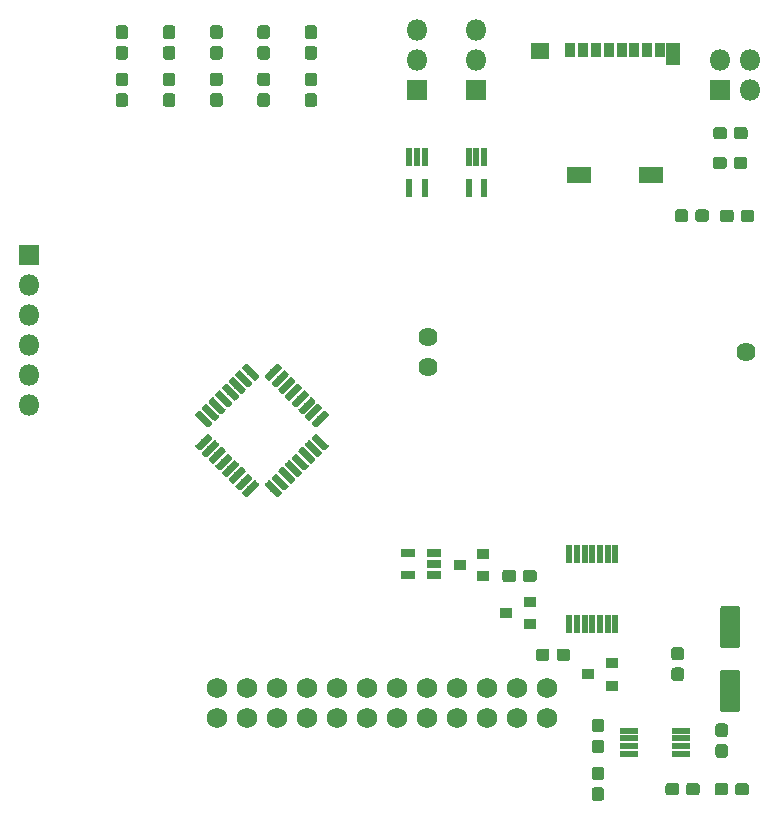
<source format=gbr>
%TF.GenerationSoftware,KiCad,Pcbnew,(5.1.4)-1*%
%TF.CreationDate,2020-12-20T21:21:52+02:00*%
%TF.ProjectId,Borta Dators,426f7274-6120-4446-9174-6f72732e6b69,rev?*%
%TF.SameCoordinates,Original*%
%TF.FileFunction,Soldermask,Top*%
%TF.FilePolarity,Negative*%
%FSLAX46Y46*%
G04 Gerber Fmt 4.6, Leading zero omitted, Abs format (unit mm)*
G04 Created by KiCad (PCBNEW (5.1.4)-1) date 2020-12-20 21:21:52*
%MOMM*%
%LPD*%
G04 APERTURE LIST*
%ADD10C,1.624000*%
%ADD11C,1.740000*%
%ADD12C,0.100000*%
%ADD13C,1.700000*%
%ADD14C,1.050000*%
%ADD15R,1.800000X1.800000*%
%ADD16O,1.800000X1.800000*%
%ADD17R,0.850000X1.200000*%
%ADD18R,0.950000X1.200000*%
%ADD19R,1.270000X1.900000*%
%ADD20R,1.650000X1.450000*%
%ADD21R,2.000000X1.450000*%
%ADD22R,0.500000X1.600000*%
%ADD23R,1.000000X0.900000*%
%ADD24R,1.550000X0.550000*%
%ADD25R,0.550000X1.550000*%
%ADD26C,0.600000*%
%ADD27R,1.160000X0.750000*%
G04 APERTURE END LIST*
D10*
%TO.C,J4*%
X118950000Y-80490000D03*
X118950000Y-77950000D03*
X145850000Y-79220000D03*
%TD*%
D11*
%TO.C,J3*%
X128970000Y-110222000D03*
X128970000Y-107682000D03*
X126430000Y-110222000D03*
X126430000Y-107682000D03*
X123890000Y-110222000D03*
X123890000Y-107682000D03*
X121350000Y-110222000D03*
X121350000Y-107682000D03*
X118810000Y-110222000D03*
X118810000Y-107682000D03*
X116270000Y-110222000D03*
X116270000Y-107682000D03*
X113730000Y-110222000D03*
X113730000Y-107682000D03*
X111190000Y-110222000D03*
X111190000Y-107682000D03*
X108650000Y-110222000D03*
X108650000Y-107682000D03*
X106110000Y-110222000D03*
X106110000Y-107682000D03*
X103570000Y-110222000D03*
X103570000Y-107682000D03*
X101030000Y-110222000D03*
X101030000Y-107682000D03*
%TD*%
D12*
%TO.C,C1*%
G36*
X145100411Y-100711279D02*
G01*
X145126196Y-100715104D01*
X145151482Y-100721438D01*
X145176025Y-100730219D01*
X145199590Y-100741365D01*
X145221948Y-100754766D01*
X145242886Y-100770294D01*
X145262200Y-100787800D01*
X145279706Y-100807114D01*
X145295234Y-100828052D01*
X145308635Y-100850410D01*
X145319781Y-100873975D01*
X145328562Y-100898518D01*
X145334896Y-100923804D01*
X145338721Y-100949589D01*
X145340000Y-100975625D01*
X145340000Y-104044375D01*
X145338721Y-104070411D01*
X145334896Y-104096196D01*
X145328562Y-104121482D01*
X145319781Y-104146025D01*
X145308635Y-104169590D01*
X145295234Y-104191948D01*
X145279706Y-104212886D01*
X145262200Y-104232200D01*
X145242886Y-104249706D01*
X145221948Y-104265234D01*
X145199590Y-104278635D01*
X145176025Y-104289781D01*
X145151482Y-104298562D01*
X145126196Y-104304896D01*
X145100411Y-104308721D01*
X145074375Y-104310000D01*
X143905625Y-104310000D01*
X143879589Y-104308721D01*
X143853804Y-104304896D01*
X143828518Y-104298562D01*
X143803975Y-104289781D01*
X143780410Y-104278635D01*
X143758052Y-104265234D01*
X143737114Y-104249706D01*
X143717800Y-104232200D01*
X143700294Y-104212886D01*
X143684766Y-104191948D01*
X143671365Y-104169590D01*
X143660219Y-104146025D01*
X143651438Y-104121482D01*
X143645104Y-104096196D01*
X143641279Y-104070411D01*
X143640000Y-104044375D01*
X143640000Y-100975625D01*
X143641279Y-100949589D01*
X143645104Y-100923804D01*
X143651438Y-100898518D01*
X143660219Y-100873975D01*
X143671365Y-100850410D01*
X143684766Y-100828052D01*
X143700294Y-100807114D01*
X143717800Y-100787800D01*
X143737114Y-100770294D01*
X143758052Y-100754766D01*
X143780410Y-100741365D01*
X143803975Y-100730219D01*
X143828518Y-100721438D01*
X143853804Y-100715104D01*
X143879589Y-100711279D01*
X143905625Y-100710000D01*
X145074375Y-100710000D01*
X145100411Y-100711279D01*
X145100411Y-100711279D01*
G37*
D13*
X144490000Y-102510000D03*
D12*
G36*
X145100411Y-106111279D02*
G01*
X145126196Y-106115104D01*
X145151482Y-106121438D01*
X145176025Y-106130219D01*
X145199590Y-106141365D01*
X145221948Y-106154766D01*
X145242886Y-106170294D01*
X145262200Y-106187800D01*
X145279706Y-106207114D01*
X145295234Y-106228052D01*
X145308635Y-106250410D01*
X145319781Y-106273975D01*
X145328562Y-106298518D01*
X145334896Y-106323804D01*
X145338721Y-106349589D01*
X145340000Y-106375625D01*
X145340000Y-109444375D01*
X145338721Y-109470411D01*
X145334896Y-109496196D01*
X145328562Y-109521482D01*
X145319781Y-109546025D01*
X145308635Y-109569590D01*
X145295234Y-109591948D01*
X145279706Y-109612886D01*
X145262200Y-109632200D01*
X145242886Y-109649706D01*
X145221948Y-109665234D01*
X145199590Y-109678635D01*
X145176025Y-109689781D01*
X145151482Y-109698562D01*
X145126196Y-109704896D01*
X145100411Y-109708721D01*
X145074375Y-109710000D01*
X143905625Y-109710000D01*
X143879589Y-109708721D01*
X143853804Y-109704896D01*
X143828518Y-109698562D01*
X143803975Y-109689781D01*
X143780410Y-109678635D01*
X143758052Y-109665234D01*
X143737114Y-109649706D01*
X143717800Y-109632200D01*
X143700294Y-109612886D01*
X143684766Y-109591948D01*
X143671365Y-109569590D01*
X143660219Y-109546025D01*
X143651438Y-109521482D01*
X143645104Y-109496196D01*
X143641279Y-109470411D01*
X143640000Y-109444375D01*
X143640000Y-106375625D01*
X143641279Y-106349589D01*
X143645104Y-106323804D01*
X143651438Y-106298518D01*
X143660219Y-106273975D01*
X143671365Y-106250410D01*
X143684766Y-106228052D01*
X143700294Y-106207114D01*
X143717800Y-106187800D01*
X143737114Y-106170294D01*
X143758052Y-106154766D01*
X143780410Y-106141365D01*
X143803975Y-106130219D01*
X143828518Y-106121438D01*
X143853804Y-106115104D01*
X143879589Y-106111279D01*
X143905625Y-106110000D01*
X145074375Y-106110000D01*
X145100411Y-106111279D01*
X145100411Y-106111279D01*
G37*
D13*
X144490000Y-107910000D03*
%TD*%
D12*
%TO.C,C2*%
G36*
X140338229Y-105921264D02*
G01*
X140363711Y-105925044D01*
X140388700Y-105931303D01*
X140412954Y-105939982D01*
X140436242Y-105950996D01*
X140458337Y-105964239D01*
X140479028Y-105979585D01*
X140498116Y-105996884D01*
X140515415Y-106015972D01*
X140530761Y-106036663D01*
X140544004Y-106058758D01*
X140555018Y-106082046D01*
X140563697Y-106106300D01*
X140569956Y-106131289D01*
X140573736Y-106156771D01*
X140575000Y-106182500D01*
X140575000Y-106807500D01*
X140573736Y-106833229D01*
X140569956Y-106858711D01*
X140563697Y-106883700D01*
X140555018Y-106907954D01*
X140544004Y-106931242D01*
X140530761Y-106953337D01*
X140515415Y-106974028D01*
X140498116Y-106993116D01*
X140479028Y-107010415D01*
X140458337Y-107025761D01*
X140436242Y-107039004D01*
X140412954Y-107050018D01*
X140388700Y-107058697D01*
X140363711Y-107064956D01*
X140338229Y-107068736D01*
X140312500Y-107070000D01*
X139787500Y-107070000D01*
X139761771Y-107068736D01*
X139736289Y-107064956D01*
X139711300Y-107058697D01*
X139687046Y-107050018D01*
X139663758Y-107039004D01*
X139641663Y-107025761D01*
X139620972Y-107010415D01*
X139601884Y-106993116D01*
X139584585Y-106974028D01*
X139569239Y-106953337D01*
X139555996Y-106931242D01*
X139544982Y-106907954D01*
X139536303Y-106883700D01*
X139530044Y-106858711D01*
X139526264Y-106833229D01*
X139525000Y-106807500D01*
X139525000Y-106182500D01*
X139526264Y-106156771D01*
X139530044Y-106131289D01*
X139536303Y-106106300D01*
X139544982Y-106082046D01*
X139555996Y-106058758D01*
X139569239Y-106036663D01*
X139584585Y-106015972D01*
X139601884Y-105996884D01*
X139620972Y-105979585D01*
X139641663Y-105964239D01*
X139663758Y-105950996D01*
X139687046Y-105939982D01*
X139711300Y-105931303D01*
X139736289Y-105925044D01*
X139761771Y-105921264D01*
X139787500Y-105920000D01*
X140312500Y-105920000D01*
X140338229Y-105921264D01*
X140338229Y-105921264D01*
G37*
D14*
X140050000Y-106495000D03*
D12*
G36*
X140338229Y-104171264D02*
G01*
X140363711Y-104175044D01*
X140388700Y-104181303D01*
X140412954Y-104189982D01*
X140436242Y-104200996D01*
X140458337Y-104214239D01*
X140479028Y-104229585D01*
X140498116Y-104246884D01*
X140515415Y-104265972D01*
X140530761Y-104286663D01*
X140544004Y-104308758D01*
X140555018Y-104332046D01*
X140563697Y-104356300D01*
X140569956Y-104381289D01*
X140573736Y-104406771D01*
X140575000Y-104432500D01*
X140575000Y-105057500D01*
X140573736Y-105083229D01*
X140569956Y-105108711D01*
X140563697Y-105133700D01*
X140555018Y-105157954D01*
X140544004Y-105181242D01*
X140530761Y-105203337D01*
X140515415Y-105224028D01*
X140498116Y-105243116D01*
X140479028Y-105260415D01*
X140458337Y-105275761D01*
X140436242Y-105289004D01*
X140412954Y-105300018D01*
X140388700Y-105308697D01*
X140363711Y-105314956D01*
X140338229Y-105318736D01*
X140312500Y-105320000D01*
X139787500Y-105320000D01*
X139761771Y-105318736D01*
X139736289Y-105314956D01*
X139711300Y-105308697D01*
X139687046Y-105300018D01*
X139663758Y-105289004D01*
X139641663Y-105275761D01*
X139620972Y-105260415D01*
X139601884Y-105243116D01*
X139584585Y-105224028D01*
X139569239Y-105203337D01*
X139555996Y-105181242D01*
X139544982Y-105157954D01*
X139536303Y-105133700D01*
X139530044Y-105108711D01*
X139526264Y-105083229D01*
X139525000Y-105057500D01*
X139525000Y-104432500D01*
X139526264Y-104406771D01*
X139530044Y-104381289D01*
X139536303Y-104356300D01*
X139544982Y-104332046D01*
X139555996Y-104308758D01*
X139569239Y-104286663D01*
X139584585Y-104265972D01*
X139601884Y-104246884D01*
X139620972Y-104229585D01*
X139641663Y-104214239D01*
X139663758Y-104200996D01*
X139687046Y-104189982D01*
X139711300Y-104181303D01*
X139736289Y-104175044D01*
X139761771Y-104171264D01*
X139787500Y-104170000D01*
X140312500Y-104170000D01*
X140338229Y-104171264D01*
X140338229Y-104171264D01*
G37*
D14*
X140050000Y-104745000D03*
%TD*%
D12*
%TO.C,C4*%
G36*
X143983229Y-60146264D02*
G01*
X144008711Y-60150044D01*
X144033700Y-60156303D01*
X144057954Y-60164982D01*
X144081242Y-60175996D01*
X144103337Y-60189239D01*
X144124028Y-60204585D01*
X144143116Y-60221884D01*
X144160415Y-60240972D01*
X144175761Y-60261663D01*
X144189004Y-60283758D01*
X144200018Y-60307046D01*
X144208697Y-60331300D01*
X144214956Y-60356289D01*
X144218736Y-60381771D01*
X144220000Y-60407500D01*
X144220000Y-60932500D01*
X144218736Y-60958229D01*
X144214956Y-60983711D01*
X144208697Y-61008700D01*
X144200018Y-61032954D01*
X144189004Y-61056242D01*
X144175761Y-61078337D01*
X144160415Y-61099028D01*
X144143116Y-61118116D01*
X144124028Y-61135415D01*
X144103337Y-61150761D01*
X144081242Y-61164004D01*
X144057954Y-61175018D01*
X144033700Y-61183697D01*
X144008711Y-61189956D01*
X143983229Y-61193736D01*
X143957500Y-61195000D01*
X143332500Y-61195000D01*
X143306771Y-61193736D01*
X143281289Y-61189956D01*
X143256300Y-61183697D01*
X143232046Y-61175018D01*
X143208758Y-61164004D01*
X143186663Y-61150761D01*
X143165972Y-61135415D01*
X143146884Y-61118116D01*
X143129585Y-61099028D01*
X143114239Y-61078337D01*
X143100996Y-61056242D01*
X143089982Y-61032954D01*
X143081303Y-61008700D01*
X143075044Y-60983711D01*
X143071264Y-60958229D01*
X143070000Y-60932500D01*
X143070000Y-60407500D01*
X143071264Y-60381771D01*
X143075044Y-60356289D01*
X143081303Y-60331300D01*
X143089982Y-60307046D01*
X143100996Y-60283758D01*
X143114239Y-60261663D01*
X143129585Y-60240972D01*
X143146884Y-60221884D01*
X143165972Y-60204585D01*
X143186663Y-60189239D01*
X143208758Y-60175996D01*
X143232046Y-60164982D01*
X143256300Y-60156303D01*
X143281289Y-60150044D01*
X143306771Y-60146264D01*
X143332500Y-60145000D01*
X143957500Y-60145000D01*
X143983229Y-60146264D01*
X143983229Y-60146264D01*
G37*
D14*
X143645000Y-60670000D03*
D12*
G36*
X145733229Y-60146264D02*
G01*
X145758711Y-60150044D01*
X145783700Y-60156303D01*
X145807954Y-60164982D01*
X145831242Y-60175996D01*
X145853337Y-60189239D01*
X145874028Y-60204585D01*
X145893116Y-60221884D01*
X145910415Y-60240972D01*
X145925761Y-60261663D01*
X145939004Y-60283758D01*
X145950018Y-60307046D01*
X145958697Y-60331300D01*
X145964956Y-60356289D01*
X145968736Y-60381771D01*
X145970000Y-60407500D01*
X145970000Y-60932500D01*
X145968736Y-60958229D01*
X145964956Y-60983711D01*
X145958697Y-61008700D01*
X145950018Y-61032954D01*
X145939004Y-61056242D01*
X145925761Y-61078337D01*
X145910415Y-61099028D01*
X145893116Y-61118116D01*
X145874028Y-61135415D01*
X145853337Y-61150761D01*
X145831242Y-61164004D01*
X145807954Y-61175018D01*
X145783700Y-61183697D01*
X145758711Y-61189956D01*
X145733229Y-61193736D01*
X145707500Y-61195000D01*
X145082500Y-61195000D01*
X145056771Y-61193736D01*
X145031289Y-61189956D01*
X145006300Y-61183697D01*
X144982046Y-61175018D01*
X144958758Y-61164004D01*
X144936663Y-61150761D01*
X144915972Y-61135415D01*
X144896884Y-61118116D01*
X144879585Y-61099028D01*
X144864239Y-61078337D01*
X144850996Y-61056242D01*
X144839982Y-61032954D01*
X144831303Y-61008700D01*
X144825044Y-60983711D01*
X144821264Y-60958229D01*
X144820000Y-60932500D01*
X144820000Y-60407500D01*
X144821264Y-60381771D01*
X144825044Y-60356289D01*
X144831303Y-60331300D01*
X144839982Y-60307046D01*
X144850996Y-60283758D01*
X144864239Y-60261663D01*
X144879585Y-60240972D01*
X144896884Y-60221884D01*
X144915972Y-60204585D01*
X144936663Y-60189239D01*
X144958758Y-60175996D01*
X144982046Y-60164982D01*
X145006300Y-60156303D01*
X145031289Y-60150044D01*
X145056771Y-60146264D01*
X145082500Y-60145000D01*
X145707500Y-60145000D01*
X145733229Y-60146264D01*
X145733229Y-60146264D01*
G37*
D14*
X145395000Y-60670000D03*
%TD*%
D12*
%TO.C,D1*%
G36*
X93288229Y-51551264D02*
G01*
X93313711Y-51555044D01*
X93338700Y-51561303D01*
X93362954Y-51569982D01*
X93386242Y-51580996D01*
X93408337Y-51594239D01*
X93429028Y-51609585D01*
X93448116Y-51626884D01*
X93465415Y-51645972D01*
X93480761Y-51666663D01*
X93494004Y-51688758D01*
X93505018Y-51712046D01*
X93513697Y-51736300D01*
X93519956Y-51761289D01*
X93523736Y-51786771D01*
X93525000Y-51812500D01*
X93525000Y-52437500D01*
X93523736Y-52463229D01*
X93519956Y-52488711D01*
X93513697Y-52513700D01*
X93505018Y-52537954D01*
X93494004Y-52561242D01*
X93480761Y-52583337D01*
X93465415Y-52604028D01*
X93448116Y-52623116D01*
X93429028Y-52640415D01*
X93408337Y-52655761D01*
X93386242Y-52669004D01*
X93362954Y-52680018D01*
X93338700Y-52688697D01*
X93313711Y-52694956D01*
X93288229Y-52698736D01*
X93262500Y-52700000D01*
X92737500Y-52700000D01*
X92711771Y-52698736D01*
X92686289Y-52694956D01*
X92661300Y-52688697D01*
X92637046Y-52680018D01*
X92613758Y-52669004D01*
X92591663Y-52655761D01*
X92570972Y-52640415D01*
X92551884Y-52623116D01*
X92534585Y-52604028D01*
X92519239Y-52583337D01*
X92505996Y-52561242D01*
X92494982Y-52537954D01*
X92486303Y-52513700D01*
X92480044Y-52488711D01*
X92476264Y-52463229D01*
X92475000Y-52437500D01*
X92475000Y-51812500D01*
X92476264Y-51786771D01*
X92480044Y-51761289D01*
X92486303Y-51736300D01*
X92494982Y-51712046D01*
X92505996Y-51688758D01*
X92519239Y-51666663D01*
X92534585Y-51645972D01*
X92551884Y-51626884D01*
X92570972Y-51609585D01*
X92591663Y-51594239D01*
X92613758Y-51580996D01*
X92637046Y-51569982D01*
X92661300Y-51561303D01*
X92686289Y-51555044D01*
X92711771Y-51551264D01*
X92737500Y-51550000D01*
X93262500Y-51550000D01*
X93288229Y-51551264D01*
X93288229Y-51551264D01*
G37*
D14*
X93000000Y-52125000D03*
D12*
G36*
X93288229Y-53301264D02*
G01*
X93313711Y-53305044D01*
X93338700Y-53311303D01*
X93362954Y-53319982D01*
X93386242Y-53330996D01*
X93408337Y-53344239D01*
X93429028Y-53359585D01*
X93448116Y-53376884D01*
X93465415Y-53395972D01*
X93480761Y-53416663D01*
X93494004Y-53438758D01*
X93505018Y-53462046D01*
X93513697Y-53486300D01*
X93519956Y-53511289D01*
X93523736Y-53536771D01*
X93525000Y-53562500D01*
X93525000Y-54187500D01*
X93523736Y-54213229D01*
X93519956Y-54238711D01*
X93513697Y-54263700D01*
X93505018Y-54287954D01*
X93494004Y-54311242D01*
X93480761Y-54333337D01*
X93465415Y-54354028D01*
X93448116Y-54373116D01*
X93429028Y-54390415D01*
X93408337Y-54405761D01*
X93386242Y-54419004D01*
X93362954Y-54430018D01*
X93338700Y-54438697D01*
X93313711Y-54444956D01*
X93288229Y-54448736D01*
X93262500Y-54450000D01*
X92737500Y-54450000D01*
X92711771Y-54448736D01*
X92686289Y-54444956D01*
X92661300Y-54438697D01*
X92637046Y-54430018D01*
X92613758Y-54419004D01*
X92591663Y-54405761D01*
X92570972Y-54390415D01*
X92551884Y-54373116D01*
X92534585Y-54354028D01*
X92519239Y-54333337D01*
X92505996Y-54311242D01*
X92494982Y-54287954D01*
X92486303Y-54263700D01*
X92480044Y-54238711D01*
X92476264Y-54213229D01*
X92475000Y-54187500D01*
X92475000Y-53562500D01*
X92476264Y-53536771D01*
X92480044Y-53511289D01*
X92486303Y-53486300D01*
X92494982Y-53462046D01*
X92505996Y-53438758D01*
X92519239Y-53416663D01*
X92534585Y-53395972D01*
X92551884Y-53376884D01*
X92570972Y-53359585D01*
X92591663Y-53344239D01*
X92613758Y-53330996D01*
X92637046Y-53319982D01*
X92661300Y-53311303D01*
X92686289Y-53305044D01*
X92711771Y-53301264D01*
X92737500Y-53300000D01*
X93262500Y-53300000D01*
X93288229Y-53301264D01*
X93288229Y-53301264D01*
G37*
D14*
X93000000Y-53875000D03*
%TD*%
D12*
%TO.C,D2*%
G36*
X97288229Y-53301264D02*
G01*
X97313711Y-53305044D01*
X97338700Y-53311303D01*
X97362954Y-53319982D01*
X97386242Y-53330996D01*
X97408337Y-53344239D01*
X97429028Y-53359585D01*
X97448116Y-53376884D01*
X97465415Y-53395972D01*
X97480761Y-53416663D01*
X97494004Y-53438758D01*
X97505018Y-53462046D01*
X97513697Y-53486300D01*
X97519956Y-53511289D01*
X97523736Y-53536771D01*
X97525000Y-53562500D01*
X97525000Y-54187500D01*
X97523736Y-54213229D01*
X97519956Y-54238711D01*
X97513697Y-54263700D01*
X97505018Y-54287954D01*
X97494004Y-54311242D01*
X97480761Y-54333337D01*
X97465415Y-54354028D01*
X97448116Y-54373116D01*
X97429028Y-54390415D01*
X97408337Y-54405761D01*
X97386242Y-54419004D01*
X97362954Y-54430018D01*
X97338700Y-54438697D01*
X97313711Y-54444956D01*
X97288229Y-54448736D01*
X97262500Y-54450000D01*
X96737500Y-54450000D01*
X96711771Y-54448736D01*
X96686289Y-54444956D01*
X96661300Y-54438697D01*
X96637046Y-54430018D01*
X96613758Y-54419004D01*
X96591663Y-54405761D01*
X96570972Y-54390415D01*
X96551884Y-54373116D01*
X96534585Y-54354028D01*
X96519239Y-54333337D01*
X96505996Y-54311242D01*
X96494982Y-54287954D01*
X96486303Y-54263700D01*
X96480044Y-54238711D01*
X96476264Y-54213229D01*
X96475000Y-54187500D01*
X96475000Y-53562500D01*
X96476264Y-53536771D01*
X96480044Y-53511289D01*
X96486303Y-53486300D01*
X96494982Y-53462046D01*
X96505996Y-53438758D01*
X96519239Y-53416663D01*
X96534585Y-53395972D01*
X96551884Y-53376884D01*
X96570972Y-53359585D01*
X96591663Y-53344239D01*
X96613758Y-53330996D01*
X96637046Y-53319982D01*
X96661300Y-53311303D01*
X96686289Y-53305044D01*
X96711771Y-53301264D01*
X96737500Y-53300000D01*
X97262500Y-53300000D01*
X97288229Y-53301264D01*
X97288229Y-53301264D01*
G37*
D14*
X97000000Y-53875000D03*
D12*
G36*
X97288229Y-51551264D02*
G01*
X97313711Y-51555044D01*
X97338700Y-51561303D01*
X97362954Y-51569982D01*
X97386242Y-51580996D01*
X97408337Y-51594239D01*
X97429028Y-51609585D01*
X97448116Y-51626884D01*
X97465415Y-51645972D01*
X97480761Y-51666663D01*
X97494004Y-51688758D01*
X97505018Y-51712046D01*
X97513697Y-51736300D01*
X97519956Y-51761289D01*
X97523736Y-51786771D01*
X97525000Y-51812500D01*
X97525000Y-52437500D01*
X97523736Y-52463229D01*
X97519956Y-52488711D01*
X97513697Y-52513700D01*
X97505018Y-52537954D01*
X97494004Y-52561242D01*
X97480761Y-52583337D01*
X97465415Y-52604028D01*
X97448116Y-52623116D01*
X97429028Y-52640415D01*
X97408337Y-52655761D01*
X97386242Y-52669004D01*
X97362954Y-52680018D01*
X97338700Y-52688697D01*
X97313711Y-52694956D01*
X97288229Y-52698736D01*
X97262500Y-52700000D01*
X96737500Y-52700000D01*
X96711771Y-52698736D01*
X96686289Y-52694956D01*
X96661300Y-52688697D01*
X96637046Y-52680018D01*
X96613758Y-52669004D01*
X96591663Y-52655761D01*
X96570972Y-52640415D01*
X96551884Y-52623116D01*
X96534585Y-52604028D01*
X96519239Y-52583337D01*
X96505996Y-52561242D01*
X96494982Y-52537954D01*
X96486303Y-52513700D01*
X96480044Y-52488711D01*
X96476264Y-52463229D01*
X96475000Y-52437500D01*
X96475000Y-51812500D01*
X96476264Y-51786771D01*
X96480044Y-51761289D01*
X96486303Y-51736300D01*
X96494982Y-51712046D01*
X96505996Y-51688758D01*
X96519239Y-51666663D01*
X96534585Y-51645972D01*
X96551884Y-51626884D01*
X96570972Y-51609585D01*
X96591663Y-51594239D01*
X96613758Y-51580996D01*
X96637046Y-51569982D01*
X96661300Y-51561303D01*
X96686289Y-51555044D01*
X96711771Y-51551264D01*
X96737500Y-51550000D01*
X97262500Y-51550000D01*
X97288229Y-51551264D01*
X97288229Y-51551264D01*
G37*
D14*
X97000000Y-52125000D03*
%TD*%
D12*
%TO.C,D3*%
G36*
X101288229Y-51551264D02*
G01*
X101313711Y-51555044D01*
X101338700Y-51561303D01*
X101362954Y-51569982D01*
X101386242Y-51580996D01*
X101408337Y-51594239D01*
X101429028Y-51609585D01*
X101448116Y-51626884D01*
X101465415Y-51645972D01*
X101480761Y-51666663D01*
X101494004Y-51688758D01*
X101505018Y-51712046D01*
X101513697Y-51736300D01*
X101519956Y-51761289D01*
X101523736Y-51786771D01*
X101525000Y-51812500D01*
X101525000Y-52437500D01*
X101523736Y-52463229D01*
X101519956Y-52488711D01*
X101513697Y-52513700D01*
X101505018Y-52537954D01*
X101494004Y-52561242D01*
X101480761Y-52583337D01*
X101465415Y-52604028D01*
X101448116Y-52623116D01*
X101429028Y-52640415D01*
X101408337Y-52655761D01*
X101386242Y-52669004D01*
X101362954Y-52680018D01*
X101338700Y-52688697D01*
X101313711Y-52694956D01*
X101288229Y-52698736D01*
X101262500Y-52700000D01*
X100737500Y-52700000D01*
X100711771Y-52698736D01*
X100686289Y-52694956D01*
X100661300Y-52688697D01*
X100637046Y-52680018D01*
X100613758Y-52669004D01*
X100591663Y-52655761D01*
X100570972Y-52640415D01*
X100551884Y-52623116D01*
X100534585Y-52604028D01*
X100519239Y-52583337D01*
X100505996Y-52561242D01*
X100494982Y-52537954D01*
X100486303Y-52513700D01*
X100480044Y-52488711D01*
X100476264Y-52463229D01*
X100475000Y-52437500D01*
X100475000Y-51812500D01*
X100476264Y-51786771D01*
X100480044Y-51761289D01*
X100486303Y-51736300D01*
X100494982Y-51712046D01*
X100505996Y-51688758D01*
X100519239Y-51666663D01*
X100534585Y-51645972D01*
X100551884Y-51626884D01*
X100570972Y-51609585D01*
X100591663Y-51594239D01*
X100613758Y-51580996D01*
X100637046Y-51569982D01*
X100661300Y-51561303D01*
X100686289Y-51555044D01*
X100711771Y-51551264D01*
X100737500Y-51550000D01*
X101262500Y-51550000D01*
X101288229Y-51551264D01*
X101288229Y-51551264D01*
G37*
D14*
X101000000Y-52125000D03*
D12*
G36*
X101288229Y-53301264D02*
G01*
X101313711Y-53305044D01*
X101338700Y-53311303D01*
X101362954Y-53319982D01*
X101386242Y-53330996D01*
X101408337Y-53344239D01*
X101429028Y-53359585D01*
X101448116Y-53376884D01*
X101465415Y-53395972D01*
X101480761Y-53416663D01*
X101494004Y-53438758D01*
X101505018Y-53462046D01*
X101513697Y-53486300D01*
X101519956Y-53511289D01*
X101523736Y-53536771D01*
X101525000Y-53562500D01*
X101525000Y-54187500D01*
X101523736Y-54213229D01*
X101519956Y-54238711D01*
X101513697Y-54263700D01*
X101505018Y-54287954D01*
X101494004Y-54311242D01*
X101480761Y-54333337D01*
X101465415Y-54354028D01*
X101448116Y-54373116D01*
X101429028Y-54390415D01*
X101408337Y-54405761D01*
X101386242Y-54419004D01*
X101362954Y-54430018D01*
X101338700Y-54438697D01*
X101313711Y-54444956D01*
X101288229Y-54448736D01*
X101262500Y-54450000D01*
X100737500Y-54450000D01*
X100711771Y-54448736D01*
X100686289Y-54444956D01*
X100661300Y-54438697D01*
X100637046Y-54430018D01*
X100613758Y-54419004D01*
X100591663Y-54405761D01*
X100570972Y-54390415D01*
X100551884Y-54373116D01*
X100534585Y-54354028D01*
X100519239Y-54333337D01*
X100505996Y-54311242D01*
X100494982Y-54287954D01*
X100486303Y-54263700D01*
X100480044Y-54238711D01*
X100476264Y-54213229D01*
X100475000Y-54187500D01*
X100475000Y-53562500D01*
X100476264Y-53536771D01*
X100480044Y-53511289D01*
X100486303Y-53486300D01*
X100494982Y-53462046D01*
X100505996Y-53438758D01*
X100519239Y-53416663D01*
X100534585Y-53395972D01*
X100551884Y-53376884D01*
X100570972Y-53359585D01*
X100591663Y-53344239D01*
X100613758Y-53330996D01*
X100637046Y-53319982D01*
X100661300Y-53311303D01*
X100686289Y-53305044D01*
X100711771Y-53301264D01*
X100737500Y-53300000D01*
X101262500Y-53300000D01*
X101288229Y-53301264D01*
X101288229Y-53301264D01*
G37*
D14*
X101000000Y-53875000D03*
%TD*%
D12*
%TO.C,D4*%
G36*
X105288229Y-53301264D02*
G01*
X105313711Y-53305044D01*
X105338700Y-53311303D01*
X105362954Y-53319982D01*
X105386242Y-53330996D01*
X105408337Y-53344239D01*
X105429028Y-53359585D01*
X105448116Y-53376884D01*
X105465415Y-53395972D01*
X105480761Y-53416663D01*
X105494004Y-53438758D01*
X105505018Y-53462046D01*
X105513697Y-53486300D01*
X105519956Y-53511289D01*
X105523736Y-53536771D01*
X105525000Y-53562500D01*
X105525000Y-54187500D01*
X105523736Y-54213229D01*
X105519956Y-54238711D01*
X105513697Y-54263700D01*
X105505018Y-54287954D01*
X105494004Y-54311242D01*
X105480761Y-54333337D01*
X105465415Y-54354028D01*
X105448116Y-54373116D01*
X105429028Y-54390415D01*
X105408337Y-54405761D01*
X105386242Y-54419004D01*
X105362954Y-54430018D01*
X105338700Y-54438697D01*
X105313711Y-54444956D01*
X105288229Y-54448736D01*
X105262500Y-54450000D01*
X104737500Y-54450000D01*
X104711771Y-54448736D01*
X104686289Y-54444956D01*
X104661300Y-54438697D01*
X104637046Y-54430018D01*
X104613758Y-54419004D01*
X104591663Y-54405761D01*
X104570972Y-54390415D01*
X104551884Y-54373116D01*
X104534585Y-54354028D01*
X104519239Y-54333337D01*
X104505996Y-54311242D01*
X104494982Y-54287954D01*
X104486303Y-54263700D01*
X104480044Y-54238711D01*
X104476264Y-54213229D01*
X104475000Y-54187500D01*
X104475000Y-53562500D01*
X104476264Y-53536771D01*
X104480044Y-53511289D01*
X104486303Y-53486300D01*
X104494982Y-53462046D01*
X104505996Y-53438758D01*
X104519239Y-53416663D01*
X104534585Y-53395972D01*
X104551884Y-53376884D01*
X104570972Y-53359585D01*
X104591663Y-53344239D01*
X104613758Y-53330996D01*
X104637046Y-53319982D01*
X104661300Y-53311303D01*
X104686289Y-53305044D01*
X104711771Y-53301264D01*
X104737500Y-53300000D01*
X105262500Y-53300000D01*
X105288229Y-53301264D01*
X105288229Y-53301264D01*
G37*
D14*
X105000000Y-53875000D03*
D12*
G36*
X105288229Y-51551264D02*
G01*
X105313711Y-51555044D01*
X105338700Y-51561303D01*
X105362954Y-51569982D01*
X105386242Y-51580996D01*
X105408337Y-51594239D01*
X105429028Y-51609585D01*
X105448116Y-51626884D01*
X105465415Y-51645972D01*
X105480761Y-51666663D01*
X105494004Y-51688758D01*
X105505018Y-51712046D01*
X105513697Y-51736300D01*
X105519956Y-51761289D01*
X105523736Y-51786771D01*
X105525000Y-51812500D01*
X105525000Y-52437500D01*
X105523736Y-52463229D01*
X105519956Y-52488711D01*
X105513697Y-52513700D01*
X105505018Y-52537954D01*
X105494004Y-52561242D01*
X105480761Y-52583337D01*
X105465415Y-52604028D01*
X105448116Y-52623116D01*
X105429028Y-52640415D01*
X105408337Y-52655761D01*
X105386242Y-52669004D01*
X105362954Y-52680018D01*
X105338700Y-52688697D01*
X105313711Y-52694956D01*
X105288229Y-52698736D01*
X105262500Y-52700000D01*
X104737500Y-52700000D01*
X104711771Y-52698736D01*
X104686289Y-52694956D01*
X104661300Y-52688697D01*
X104637046Y-52680018D01*
X104613758Y-52669004D01*
X104591663Y-52655761D01*
X104570972Y-52640415D01*
X104551884Y-52623116D01*
X104534585Y-52604028D01*
X104519239Y-52583337D01*
X104505996Y-52561242D01*
X104494982Y-52537954D01*
X104486303Y-52513700D01*
X104480044Y-52488711D01*
X104476264Y-52463229D01*
X104475000Y-52437500D01*
X104475000Y-51812500D01*
X104476264Y-51786771D01*
X104480044Y-51761289D01*
X104486303Y-51736300D01*
X104494982Y-51712046D01*
X104505996Y-51688758D01*
X104519239Y-51666663D01*
X104534585Y-51645972D01*
X104551884Y-51626884D01*
X104570972Y-51609585D01*
X104591663Y-51594239D01*
X104613758Y-51580996D01*
X104637046Y-51569982D01*
X104661300Y-51561303D01*
X104686289Y-51555044D01*
X104711771Y-51551264D01*
X104737500Y-51550000D01*
X105262500Y-51550000D01*
X105288229Y-51551264D01*
X105288229Y-51551264D01*
G37*
D14*
X105000000Y-52125000D03*
%TD*%
D12*
%TO.C,D5*%
G36*
X109288229Y-51551264D02*
G01*
X109313711Y-51555044D01*
X109338700Y-51561303D01*
X109362954Y-51569982D01*
X109386242Y-51580996D01*
X109408337Y-51594239D01*
X109429028Y-51609585D01*
X109448116Y-51626884D01*
X109465415Y-51645972D01*
X109480761Y-51666663D01*
X109494004Y-51688758D01*
X109505018Y-51712046D01*
X109513697Y-51736300D01*
X109519956Y-51761289D01*
X109523736Y-51786771D01*
X109525000Y-51812500D01*
X109525000Y-52437500D01*
X109523736Y-52463229D01*
X109519956Y-52488711D01*
X109513697Y-52513700D01*
X109505018Y-52537954D01*
X109494004Y-52561242D01*
X109480761Y-52583337D01*
X109465415Y-52604028D01*
X109448116Y-52623116D01*
X109429028Y-52640415D01*
X109408337Y-52655761D01*
X109386242Y-52669004D01*
X109362954Y-52680018D01*
X109338700Y-52688697D01*
X109313711Y-52694956D01*
X109288229Y-52698736D01*
X109262500Y-52700000D01*
X108737500Y-52700000D01*
X108711771Y-52698736D01*
X108686289Y-52694956D01*
X108661300Y-52688697D01*
X108637046Y-52680018D01*
X108613758Y-52669004D01*
X108591663Y-52655761D01*
X108570972Y-52640415D01*
X108551884Y-52623116D01*
X108534585Y-52604028D01*
X108519239Y-52583337D01*
X108505996Y-52561242D01*
X108494982Y-52537954D01*
X108486303Y-52513700D01*
X108480044Y-52488711D01*
X108476264Y-52463229D01*
X108475000Y-52437500D01*
X108475000Y-51812500D01*
X108476264Y-51786771D01*
X108480044Y-51761289D01*
X108486303Y-51736300D01*
X108494982Y-51712046D01*
X108505996Y-51688758D01*
X108519239Y-51666663D01*
X108534585Y-51645972D01*
X108551884Y-51626884D01*
X108570972Y-51609585D01*
X108591663Y-51594239D01*
X108613758Y-51580996D01*
X108637046Y-51569982D01*
X108661300Y-51561303D01*
X108686289Y-51555044D01*
X108711771Y-51551264D01*
X108737500Y-51550000D01*
X109262500Y-51550000D01*
X109288229Y-51551264D01*
X109288229Y-51551264D01*
G37*
D14*
X109000000Y-52125000D03*
D12*
G36*
X109288229Y-53301264D02*
G01*
X109313711Y-53305044D01*
X109338700Y-53311303D01*
X109362954Y-53319982D01*
X109386242Y-53330996D01*
X109408337Y-53344239D01*
X109429028Y-53359585D01*
X109448116Y-53376884D01*
X109465415Y-53395972D01*
X109480761Y-53416663D01*
X109494004Y-53438758D01*
X109505018Y-53462046D01*
X109513697Y-53486300D01*
X109519956Y-53511289D01*
X109523736Y-53536771D01*
X109525000Y-53562500D01*
X109525000Y-54187500D01*
X109523736Y-54213229D01*
X109519956Y-54238711D01*
X109513697Y-54263700D01*
X109505018Y-54287954D01*
X109494004Y-54311242D01*
X109480761Y-54333337D01*
X109465415Y-54354028D01*
X109448116Y-54373116D01*
X109429028Y-54390415D01*
X109408337Y-54405761D01*
X109386242Y-54419004D01*
X109362954Y-54430018D01*
X109338700Y-54438697D01*
X109313711Y-54444956D01*
X109288229Y-54448736D01*
X109262500Y-54450000D01*
X108737500Y-54450000D01*
X108711771Y-54448736D01*
X108686289Y-54444956D01*
X108661300Y-54438697D01*
X108637046Y-54430018D01*
X108613758Y-54419004D01*
X108591663Y-54405761D01*
X108570972Y-54390415D01*
X108551884Y-54373116D01*
X108534585Y-54354028D01*
X108519239Y-54333337D01*
X108505996Y-54311242D01*
X108494982Y-54287954D01*
X108486303Y-54263700D01*
X108480044Y-54238711D01*
X108476264Y-54213229D01*
X108475000Y-54187500D01*
X108475000Y-53562500D01*
X108476264Y-53536771D01*
X108480044Y-53511289D01*
X108486303Y-53486300D01*
X108494982Y-53462046D01*
X108505996Y-53438758D01*
X108519239Y-53416663D01*
X108534585Y-53395972D01*
X108551884Y-53376884D01*
X108570972Y-53359585D01*
X108591663Y-53344239D01*
X108613758Y-53330996D01*
X108637046Y-53319982D01*
X108661300Y-53311303D01*
X108686289Y-53305044D01*
X108711771Y-53301264D01*
X108737500Y-53300000D01*
X109262500Y-53300000D01*
X109288229Y-53301264D01*
X109288229Y-53301264D01*
G37*
D14*
X109000000Y-53875000D03*
%TD*%
D12*
%TO.C,D8*%
G36*
X144563229Y-67156264D02*
G01*
X144588711Y-67160044D01*
X144613700Y-67166303D01*
X144637954Y-67174982D01*
X144661242Y-67185996D01*
X144683337Y-67199239D01*
X144704028Y-67214585D01*
X144723116Y-67231884D01*
X144740415Y-67250972D01*
X144755761Y-67271663D01*
X144769004Y-67293758D01*
X144780018Y-67317046D01*
X144788697Y-67341300D01*
X144794956Y-67366289D01*
X144798736Y-67391771D01*
X144800000Y-67417500D01*
X144800000Y-67942500D01*
X144798736Y-67968229D01*
X144794956Y-67993711D01*
X144788697Y-68018700D01*
X144780018Y-68042954D01*
X144769004Y-68066242D01*
X144755761Y-68088337D01*
X144740415Y-68109028D01*
X144723116Y-68128116D01*
X144704028Y-68145415D01*
X144683337Y-68160761D01*
X144661242Y-68174004D01*
X144637954Y-68185018D01*
X144613700Y-68193697D01*
X144588711Y-68199956D01*
X144563229Y-68203736D01*
X144537500Y-68205000D01*
X143912500Y-68205000D01*
X143886771Y-68203736D01*
X143861289Y-68199956D01*
X143836300Y-68193697D01*
X143812046Y-68185018D01*
X143788758Y-68174004D01*
X143766663Y-68160761D01*
X143745972Y-68145415D01*
X143726884Y-68128116D01*
X143709585Y-68109028D01*
X143694239Y-68088337D01*
X143680996Y-68066242D01*
X143669982Y-68042954D01*
X143661303Y-68018700D01*
X143655044Y-67993711D01*
X143651264Y-67968229D01*
X143650000Y-67942500D01*
X143650000Y-67417500D01*
X143651264Y-67391771D01*
X143655044Y-67366289D01*
X143661303Y-67341300D01*
X143669982Y-67317046D01*
X143680996Y-67293758D01*
X143694239Y-67271663D01*
X143709585Y-67250972D01*
X143726884Y-67231884D01*
X143745972Y-67214585D01*
X143766663Y-67199239D01*
X143788758Y-67185996D01*
X143812046Y-67174982D01*
X143836300Y-67166303D01*
X143861289Y-67160044D01*
X143886771Y-67156264D01*
X143912500Y-67155000D01*
X144537500Y-67155000D01*
X144563229Y-67156264D01*
X144563229Y-67156264D01*
G37*
D14*
X144225000Y-67680000D03*
D12*
G36*
X146313229Y-67156264D02*
G01*
X146338711Y-67160044D01*
X146363700Y-67166303D01*
X146387954Y-67174982D01*
X146411242Y-67185996D01*
X146433337Y-67199239D01*
X146454028Y-67214585D01*
X146473116Y-67231884D01*
X146490415Y-67250972D01*
X146505761Y-67271663D01*
X146519004Y-67293758D01*
X146530018Y-67317046D01*
X146538697Y-67341300D01*
X146544956Y-67366289D01*
X146548736Y-67391771D01*
X146550000Y-67417500D01*
X146550000Y-67942500D01*
X146548736Y-67968229D01*
X146544956Y-67993711D01*
X146538697Y-68018700D01*
X146530018Y-68042954D01*
X146519004Y-68066242D01*
X146505761Y-68088337D01*
X146490415Y-68109028D01*
X146473116Y-68128116D01*
X146454028Y-68145415D01*
X146433337Y-68160761D01*
X146411242Y-68174004D01*
X146387954Y-68185018D01*
X146363700Y-68193697D01*
X146338711Y-68199956D01*
X146313229Y-68203736D01*
X146287500Y-68205000D01*
X145662500Y-68205000D01*
X145636771Y-68203736D01*
X145611289Y-68199956D01*
X145586300Y-68193697D01*
X145562046Y-68185018D01*
X145538758Y-68174004D01*
X145516663Y-68160761D01*
X145495972Y-68145415D01*
X145476884Y-68128116D01*
X145459585Y-68109028D01*
X145444239Y-68088337D01*
X145430996Y-68066242D01*
X145419982Y-68042954D01*
X145411303Y-68018700D01*
X145405044Y-67993711D01*
X145401264Y-67968229D01*
X145400000Y-67942500D01*
X145400000Y-67417500D01*
X145401264Y-67391771D01*
X145405044Y-67366289D01*
X145411303Y-67341300D01*
X145419982Y-67317046D01*
X145430996Y-67293758D01*
X145444239Y-67271663D01*
X145459585Y-67250972D01*
X145476884Y-67231884D01*
X145495972Y-67214585D01*
X145516663Y-67199239D01*
X145538758Y-67185996D01*
X145562046Y-67174982D01*
X145586300Y-67166303D01*
X145611289Y-67160044D01*
X145636771Y-67156264D01*
X145662500Y-67155000D01*
X146287500Y-67155000D01*
X146313229Y-67156264D01*
X146313229Y-67156264D01*
G37*
D14*
X145975000Y-67680000D03*
%TD*%
D15*
%TO.C,J1*%
X85150000Y-70960000D03*
D16*
X85150000Y-73500000D03*
X85150000Y-76040000D03*
X85150000Y-78580000D03*
X85150000Y-81120000D03*
X85150000Y-83660000D03*
%TD*%
D17*
%TO.C,J2*%
X138600000Y-53600000D03*
D18*
X137500000Y-53600000D03*
X136400000Y-53600000D03*
X135300000Y-53600000D03*
X134200000Y-53600000D03*
X133100000Y-53600000D03*
X132000000Y-53600000D03*
X130900000Y-53600000D03*
D19*
X139700000Y-53950000D03*
D20*
X128400000Y-53730000D03*
D21*
X131700000Y-64200000D03*
X137800000Y-64200000D03*
%TD*%
D22*
%TO.C,J5*%
X118650000Y-65330000D03*
X117350000Y-65330000D03*
X117350000Y-62670000D03*
X118000000Y-62670000D03*
X118650000Y-62670000D03*
%TD*%
%TO.C,J6*%
X123650000Y-62670000D03*
X123000000Y-62670000D03*
X122350000Y-62670000D03*
X122350000Y-65330000D03*
X123650000Y-65330000D03*
%TD*%
D23*
%TO.C,Q1*%
X121590000Y-97230000D03*
X123590000Y-96280000D03*
X123590000Y-98180000D03*
%TD*%
%TO.C,Q2*%
X134460000Y-107450000D03*
X134460000Y-105550000D03*
X132460000Y-106500000D03*
%TD*%
%TO.C,Q3*%
X127540000Y-102270000D03*
X127540000Y-100370000D03*
X125540000Y-101320000D03*
%TD*%
D12*
%TO.C,R1*%
G36*
X144093229Y-115686264D02*
G01*
X144118711Y-115690044D01*
X144143700Y-115696303D01*
X144167954Y-115704982D01*
X144191242Y-115715996D01*
X144213337Y-115729239D01*
X144234028Y-115744585D01*
X144253116Y-115761884D01*
X144270415Y-115780972D01*
X144285761Y-115801663D01*
X144299004Y-115823758D01*
X144310018Y-115847046D01*
X144318697Y-115871300D01*
X144324956Y-115896289D01*
X144328736Y-115921771D01*
X144330000Y-115947500D01*
X144330000Y-116472500D01*
X144328736Y-116498229D01*
X144324956Y-116523711D01*
X144318697Y-116548700D01*
X144310018Y-116572954D01*
X144299004Y-116596242D01*
X144285761Y-116618337D01*
X144270415Y-116639028D01*
X144253116Y-116658116D01*
X144234028Y-116675415D01*
X144213337Y-116690761D01*
X144191242Y-116704004D01*
X144167954Y-116715018D01*
X144143700Y-116723697D01*
X144118711Y-116729956D01*
X144093229Y-116733736D01*
X144067500Y-116735000D01*
X143442500Y-116735000D01*
X143416771Y-116733736D01*
X143391289Y-116729956D01*
X143366300Y-116723697D01*
X143342046Y-116715018D01*
X143318758Y-116704004D01*
X143296663Y-116690761D01*
X143275972Y-116675415D01*
X143256884Y-116658116D01*
X143239585Y-116639028D01*
X143224239Y-116618337D01*
X143210996Y-116596242D01*
X143199982Y-116572954D01*
X143191303Y-116548700D01*
X143185044Y-116523711D01*
X143181264Y-116498229D01*
X143180000Y-116472500D01*
X143180000Y-115947500D01*
X143181264Y-115921771D01*
X143185044Y-115896289D01*
X143191303Y-115871300D01*
X143199982Y-115847046D01*
X143210996Y-115823758D01*
X143224239Y-115801663D01*
X143239585Y-115780972D01*
X143256884Y-115761884D01*
X143275972Y-115744585D01*
X143296663Y-115729239D01*
X143318758Y-115715996D01*
X143342046Y-115704982D01*
X143366300Y-115696303D01*
X143391289Y-115690044D01*
X143416771Y-115686264D01*
X143442500Y-115685000D01*
X144067500Y-115685000D01*
X144093229Y-115686264D01*
X144093229Y-115686264D01*
G37*
D14*
X143755000Y-116210000D03*
D12*
G36*
X145843229Y-115686264D02*
G01*
X145868711Y-115690044D01*
X145893700Y-115696303D01*
X145917954Y-115704982D01*
X145941242Y-115715996D01*
X145963337Y-115729239D01*
X145984028Y-115744585D01*
X146003116Y-115761884D01*
X146020415Y-115780972D01*
X146035761Y-115801663D01*
X146049004Y-115823758D01*
X146060018Y-115847046D01*
X146068697Y-115871300D01*
X146074956Y-115896289D01*
X146078736Y-115921771D01*
X146080000Y-115947500D01*
X146080000Y-116472500D01*
X146078736Y-116498229D01*
X146074956Y-116523711D01*
X146068697Y-116548700D01*
X146060018Y-116572954D01*
X146049004Y-116596242D01*
X146035761Y-116618337D01*
X146020415Y-116639028D01*
X146003116Y-116658116D01*
X145984028Y-116675415D01*
X145963337Y-116690761D01*
X145941242Y-116704004D01*
X145917954Y-116715018D01*
X145893700Y-116723697D01*
X145868711Y-116729956D01*
X145843229Y-116733736D01*
X145817500Y-116735000D01*
X145192500Y-116735000D01*
X145166771Y-116733736D01*
X145141289Y-116729956D01*
X145116300Y-116723697D01*
X145092046Y-116715018D01*
X145068758Y-116704004D01*
X145046663Y-116690761D01*
X145025972Y-116675415D01*
X145006884Y-116658116D01*
X144989585Y-116639028D01*
X144974239Y-116618337D01*
X144960996Y-116596242D01*
X144949982Y-116572954D01*
X144941303Y-116548700D01*
X144935044Y-116523711D01*
X144931264Y-116498229D01*
X144930000Y-116472500D01*
X144930000Y-115947500D01*
X144931264Y-115921771D01*
X144935044Y-115896289D01*
X144941303Y-115871300D01*
X144949982Y-115847046D01*
X144960996Y-115823758D01*
X144974239Y-115801663D01*
X144989585Y-115780972D01*
X145006884Y-115761884D01*
X145025972Y-115744585D01*
X145046663Y-115729239D01*
X145068758Y-115715996D01*
X145092046Y-115704982D01*
X145116300Y-115696303D01*
X145141289Y-115690044D01*
X145166771Y-115686264D01*
X145192500Y-115685000D01*
X145817500Y-115685000D01*
X145843229Y-115686264D01*
X145843229Y-115686264D01*
G37*
D14*
X145505000Y-116210000D03*
%TD*%
D12*
%TO.C,R2*%
G36*
X141683229Y-115696264D02*
G01*
X141708711Y-115700044D01*
X141733700Y-115706303D01*
X141757954Y-115714982D01*
X141781242Y-115725996D01*
X141803337Y-115739239D01*
X141824028Y-115754585D01*
X141843116Y-115771884D01*
X141860415Y-115790972D01*
X141875761Y-115811663D01*
X141889004Y-115833758D01*
X141900018Y-115857046D01*
X141908697Y-115881300D01*
X141914956Y-115906289D01*
X141918736Y-115931771D01*
X141920000Y-115957500D01*
X141920000Y-116482500D01*
X141918736Y-116508229D01*
X141914956Y-116533711D01*
X141908697Y-116558700D01*
X141900018Y-116582954D01*
X141889004Y-116606242D01*
X141875761Y-116628337D01*
X141860415Y-116649028D01*
X141843116Y-116668116D01*
X141824028Y-116685415D01*
X141803337Y-116700761D01*
X141781242Y-116714004D01*
X141757954Y-116725018D01*
X141733700Y-116733697D01*
X141708711Y-116739956D01*
X141683229Y-116743736D01*
X141657500Y-116745000D01*
X141032500Y-116745000D01*
X141006771Y-116743736D01*
X140981289Y-116739956D01*
X140956300Y-116733697D01*
X140932046Y-116725018D01*
X140908758Y-116714004D01*
X140886663Y-116700761D01*
X140865972Y-116685415D01*
X140846884Y-116668116D01*
X140829585Y-116649028D01*
X140814239Y-116628337D01*
X140800996Y-116606242D01*
X140789982Y-116582954D01*
X140781303Y-116558700D01*
X140775044Y-116533711D01*
X140771264Y-116508229D01*
X140770000Y-116482500D01*
X140770000Y-115957500D01*
X140771264Y-115931771D01*
X140775044Y-115906289D01*
X140781303Y-115881300D01*
X140789982Y-115857046D01*
X140800996Y-115833758D01*
X140814239Y-115811663D01*
X140829585Y-115790972D01*
X140846884Y-115771884D01*
X140865972Y-115754585D01*
X140886663Y-115739239D01*
X140908758Y-115725996D01*
X140932046Y-115714982D01*
X140956300Y-115706303D01*
X140981289Y-115700044D01*
X141006771Y-115696264D01*
X141032500Y-115695000D01*
X141657500Y-115695000D01*
X141683229Y-115696264D01*
X141683229Y-115696264D01*
G37*
D14*
X141345000Y-116220000D03*
D12*
G36*
X139933229Y-115696264D02*
G01*
X139958711Y-115700044D01*
X139983700Y-115706303D01*
X140007954Y-115714982D01*
X140031242Y-115725996D01*
X140053337Y-115739239D01*
X140074028Y-115754585D01*
X140093116Y-115771884D01*
X140110415Y-115790972D01*
X140125761Y-115811663D01*
X140139004Y-115833758D01*
X140150018Y-115857046D01*
X140158697Y-115881300D01*
X140164956Y-115906289D01*
X140168736Y-115931771D01*
X140170000Y-115957500D01*
X140170000Y-116482500D01*
X140168736Y-116508229D01*
X140164956Y-116533711D01*
X140158697Y-116558700D01*
X140150018Y-116582954D01*
X140139004Y-116606242D01*
X140125761Y-116628337D01*
X140110415Y-116649028D01*
X140093116Y-116668116D01*
X140074028Y-116685415D01*
X140053337Y-116700761D01*
X140031242Y-116714004D01*
X140007954Y-116725018D01*
X139983700Y-116733697D01*
X139958711Y-116739956D01*
X139933229Y-116743736D01*
X139907500Y-116745000D01*
X139282500Y-116745000D01*
X139256771Y-116743736D01*
X139231289Y-116739956D01*
X139206300Y-116733697D01*
X139182046Y-116725018D01*
X139158758Y-116714004D01*
X139136663Y-116700761D01*
X139115972Y-116685415D01*
X139096884Y-116668116D01*
X139079585Y-116649028D01*
X139064239Y-116628337D01*
X139050996Y-116606242D01*
X139039982Y-116582954D01*
X139031303Y-116558700D01*
X139025044Y-116533711D01*
X139021264Y-116508229D01*
X139020000Y-116482500D01*
X139020000Y-115957500D01*
X139021264Y-115931771D01*
X139025044Y-115906289D01*
X139031303Y-115881300D01*
X139039982Y-115857046D01*
X139050996Y-115833758D01*
X139064239Y-115811663D01*
X139079585Y-115790972D01*
X139096884Y-115771884D01*
X139115972Y-115754585D01*
X139136663Y-115739239D01*
X139158758Y-115725996D01*
X139182046Y-115714982D01*
X139206300Y-115706303D01*
X139231289Y-115700044D01*
X139256771Y-115696264D01*
X139282500Y-115695000D01*
X139907500Y-115695000D01*
X139933229Y-115696264D01*
X139933229Y-115696264D01*
G37*
D14*
X139595000Y-116220000D03*
%TD*%
D12*
%TO.C,R3*%
G36*
X143963229Y-62666264D02*
G01*
X143988711Y-62670044D01*
X144013700Y-62676303D01*
X144037954Y-62684982D01*
X144061242Y-62695996D01*
X144083337Y-62709239D01*
X144104028Y-62724585D01*
X144123116Y-62741884D01*
X144140415Y-62760972D01*
X144155761Y-62781663D01*
X144169004Y-62803758D01*
X144180018Y-62827046D01*
X144188697Y-62851300D01*
X144194956Y-62876289D01*
X144198736Y-62901771D01*
X144200000Y-62927500D01*
X144200000Y-63452500D01*
X144198736Y-63478229D01*
X144194956Y-63503711D01*
X144188697Y-63528700D01*
X144180018Y-63552954D01*
X144169004Y-63576242D01*
X144155761Y-63598337D01*
X144140415Y-63619028D01*
X144123116Y-63638116D01*
X144104028Y-63655415D01*
X144083337Y-63670761D01*
X144061242Y-63684004D01*
X144037954Y-63695018D01*
X144013700Y-63703697D01*
X143988711Y-63709956D01*
X143963229Y-63713736D01*
X143937500Y-63715000D01*
X143312500Y-63715000D01*
X143286771Y-63713736D01*
X143261289Y-63709956D01*
X143236300Y-63703697D01*
X143212046Y-63695018D01*
X143188758Y-63684004D01*
X143166663Y-63670761D01*
X143145972Y-63655415D01*
X143126884Y-63638116D01*
X143109585Y-63619028D01*
X143094239Y-63598337D01*
X143080996Y-63576242D01*
X143069982Y-63552954D01*
X143061303Y-63528700D01*
X143055044Y-63503711D01*
X143051264Y-63478229D01*
X143050000Y-63452500D01*
X143050000Y-62927500D01*
X143051264Y-62901771D01*
X143055044Y-62876289D01*
X143061303Y-62851300D01*
X143069982Y-62827046D01*
X143080996Y-62803758D01*
X143094239Y-62781663D01*
X143109585Y-62760972D01*
X143126884Y-62741884D01*
X143145972Y-62724585D01*
X143166663Y-62709239D01*
X143188758Y-62695996D01*
X143212046Y-62684982D01*
X143236300Y-62676303D01*
X143261289Y-62670044D01*
X143286771Y-62666264D01*
X143312500Y-62665000D01*
X143937500Y-62665000D01*
X143963229Y-62666264D01*
X143963229Y-62666264D01*
G37*
D14*
X143625000Y-63190000D03*
D12*
G36*
X145713229Y-62666264D02*
G01*
X145738711Y-62670044D01*
X145763700Y-62676303D01*
X145787954Y-62684982D01*
X145811242Y-62695996D01*
X145833337Y-62709239D01*
X145854028Y-62724585D01*
X145873116Y-62741884D01*
X145890415Y-62760972D01*
X145905761Y-62781663D01*
X145919004Y-62803758D01*
X145930018Y-62827046D01*
X145938697Y-62851300D01*
X145944956Y-62876289D01*
X145948736Y-62901771D01*
X145950000Y-62927500D01*
X145950000Y-63452500D01*
X145948736Y-63478229D01*
X145944956Y-63503711D01*
X145938697Y-63528700D01*
X145930018Y-63552954D01*
X145919004Y-63576242D01*
X145905761Y-63598337D01*
X145890415Y-63619028D01*
X145873116Y-63638116D01*
X145854028Y-63655415D01*
X145833337Y-63670761D01*
X145811242Y-63684004D01*
X145787954Y-63695018D01*
X145763700Y-63703697D01*
X145738711Y-63709956D01*
X145713229Y-63713736D01*
X145687500Y-63715000D01*
X145062500Y-63715000D01*
X145036771Y-63713736D01*
X145011289Y-63709956D01*
X144986300Y-63703697D01*
X144962046Y-63695018D01*
X144938758Y-63684004D01*
X144916663Y-63670761D01*
X144895972Y-63655415D01*
X144876884Y-63638116D01*
X144859585Y-63619028D01*
X144844239Y-63598337D01*
X144830996Y-63576242D01*
X144819982Y-63552954D01*
X144811303Y-63528700D01*
X144805044Y-63503711D01*
X144801264Y-63478229D01*
X144800000Y-63452500D01*
X144800000Y-62927500D01*
X144801264Y-62901771D01*
X144805044Y-62876289D01*
X144811303Y-62851300D01*
X144819982Y-62827046D01*
X144830996Y-62803758D01*
X144844239Y-62781663D01*
X144859585Y-62760972D01*
X144876884Y-62741884D01*
X144895972Y-62724585D01*
X144916663Y-62709239D01*
X144938758Y-62695996D01*
X144962046Y-62684982D01*
X144986300Y-62676303D01*
X145011289Y-62670044D01*
X145036771Y-62666264D01*
X145062500Y-62665000D01*
X145687500Y-62665000D01*
X145713229Y-62666264D01*
X145713229Y-62666264D01*
G37*
D14*
X145375000Y-63190000D03*
%TD*%
D12*
%TO.C,R4*%
G36*
X93288229Y-57301264D02*
G01*
X93313711Y-57305044D01*
X93338700Y-57311303D01*
X93362954Y-57319982D01*
X93386242Y-57330996D01*
X93408337Y-57344239D01*
X93429028Y-57359585D01*
X93448116Y-57376884D01*
X93465415Y-57395972D01*
X93480761Y-57416663D01*
X93494004Y-57438758D01*
X93505018Y-57462046D01*
X93513697Y-57486300D01*
X93519956Y-57511289D01*
X93523736Y-57536771D01*
X93525000Y-57562500D01*
X93525000Y-58187500D01*
X93523736Y-58213229D01*
X93519956Y-58238711D01*
X93513697Y-58263700D01*
X93505018Y-58287954D01*
X93494004Y-58311242D01*
X93480761Y-58333337D01*
X93465415Y-58354028D01*
X93448116Y-58373116D01*
X93429028Y-58390415D01*
X93408337Y-58405761D01*
X93386242Y-58419004D01*
X93362954Y-58430018D01*
X93338700Y-58438697D01*
X93313711Y-58444956D01*
X93288229Y-58448736D01*
X93262500Y-58450000D01*
X92737500Y-58450000D01*
X92711771Y-58448736D01*
X92686289Y-58444956D01*
X92661300Y-58438697D01*
X92637046Y-58430018D01*
X92613758Y-58419004D01*
X92591663Y-58405761D01*
X92570972Y-58390415D01*
X92551884Y-58373116D01*
X92534585Y-58354028D01*
X92519239Y-58333337D01*
X92505996Y-58311242D01*
X92494982Y-58287954D01*
X92486303Y-58263700D01*
X92480044Y-58238711D01*
X92476264Y-58213229D01*
X92475000Y-58187500D01*
X92475000Y-57562500D01*
X92476264Y-57536771D01*
X92480044Y-57511289D01*
X92486303Y-57486300D01*
X92494982Y-57462046D01*
X92505996Y-57438758D01*
X92519239Y-57416663D01*
X92534585Y-57395972D01*
X92551884Y-57376884D01*
X92570972Y-57359585D01*
X92591663Y-57344239D01*
X92613758Y-57330996D01*
X92637046Y-57319982D01*
X92661300Y-57311303D01*
X92686289Y-57305044D01*
X92711771Y-57301264D01*
X92737500Y-57300000D01*
X93262500Y-57300000D01*
X93288229Y-57301264D01*
X93288229Y-57301264D01*
G37*
D14*
X93000000Y-57875000D03*
D12*
G36*
X93288229Y-55551264D02*
G01*
X93313711Y-55555044D01*
X93338700Y-55561303D01*
X93362954Y-55569982D01*
X93386242Y-55580996D01*
X93408337Y-55594239D01*
X93429028Y-55609585D01*
X93448116Y-55626884D01*
X93465415Y-55645972D01*
X93480761Y-55666663D01*
X93494004Y-55688758D01*
X93505018Y-55712046D01*
X93513697Y-55736300D01*
X93519956Y-55761289D01*
X93523736Y-55786771D01*
X93525000Y-55812500D01*
X93525000Y-56437500D01*
X93523736Y-56463229D01*
X93519956Y-56488711D01*
X93513697Y-56513700D01*
X93505018Y-56537954D01*
X93494004Y-56561242D01*
X93480761Y-56583337D01*
X93465415Y-56604028D01*
X93448116Y-56623116D01*
X93429028Y-56640415D01*
X93408337Y-56655761D01*
X93386242Y-56669004D01*
X93362954Y-56680018D01*
X93338700Y-56688697D01*
X93313711Y-56694956D01*
X93288229Y-56698736D01*
X93262500Y-56700000D01*
X92737500Y-56700000D01*
X92711771Y-56698736D01*
X92686289Y-56694956D01*
X92661300Y-56688697D01*
X92637046Y-56680018D01*
X92613758Y-56669004D01*
X92591663Y-56655761D01*
X92570972Y-56640415D01*
X92551884Y-56623116D01*
X92534585Y-56604028D01*
X92519239Y-56583337D01*
X92505996Y-56561242D01*
X92494982Y-56537954D01*
X92486303Y-56513700D01*
X92480044Y-56488711D01*
X92476264Y-56463229D01*
X92475000Y-56437500D01*
X92475000Y-55812500D01*
X92476264Y-55786771D01*
X92480044Y-55761289D01*
X92486303Y-55736300D01*
X92494982Y-55712046D01*
X92505996Y-55688758D01*
X92519239Y-55666663D01*
X92534585Y-55645972D01*
X92551884Y-55626884D01*
X92570972Y-55609585D01*
X92591663Y-55594239D01*
X92613758Y-55580996D01*
X92637046Y-55569982D01*
X92661300Y-55561303D01*
X92686289Y-55555044D01*
X92711771Y-55551264D01*
X92737500Y-55550000D01*
X93262500Y-55550000D01*
X93288229Y-55551264D01*
X93288229Y-55551264D01*
G37*
D14*
X93000000Y-56125000D03*
%TD*%
D12*
%TO.C,R5*%
G36*
X97288229Y-57301264D02*
G01*
X97313711Y-57305044D01*
X97338700Y-57311303D01*
X97362954Y-57319982D01*
X97386242Y-57330996D01*
X97408337Y-57344239D01*
X97429028Y-57359585D01*
X97448116Y-57376884D01*
X97465415Y-57395972D01*
X97480761Y-57416663D01*
X97494004Y-57438758D01*
X97505018Y-57462046D01*
X97513697Y-57486300D01*
X97519956Y-57511289D01*
X97523736Y-57536771D01*
X97525000Y-57562500D01*
X97525000Y-58187500D01*
X97523736Y-58213229D01*
X97519956Y-58238711D01*
X97513697Y-58263700D01*
X97505018Y-58287954D01*
X97494004Y-58311242D01*
X97480761Y-58333337D01*
X97465415Y-58354028D01*
X97448116Y-58373116D01*
X97429028Y-58390415D01*
X97408337Y-58405761D01*
X97386242Y-58419004D01*
X97362954Y-58430018D01*
X97338700Y-58438697D01*
X97313711Y-58444956D01*
X97288229Y-58448736D01*
X97262500Y-58450000D01*
X96737500Y-58450000D01*
X96711771Y-58448736D01*
X96686289Y-58444956D01*
X96661300Y-58438697D01*
X96637046Y-58430018D01*
X96613758Y-58419004D01*
X96591663Y-58405761D01*
X96570972Y-58390415D01*
X96551884Y-58373116D01*
X96534585Y-58354028D01*
X96519239Y-58333337D01*
X96505996Y-58311242D01*
X96494982Y-58287954D01*
X96486303Y-58263700D01*
X96480044Y-58238711D01*
X96476264Y-58213229D01*
X96475000Y-58187500D01*
X96475000Y-57562500D01*
X96476264Y-57536771D01*
X96480044Y-57511289D01*
X96486303Y-57486300D01*
X96494982Y-57462046D01*
X96505996Y-57438758D01*
X96519239Y-57416663D01*
X96534585Y-57395972D01*
X96551884Y-57376884D01*
X96570972Y-57359585D01*
X96591663Y-57344239D01*
X96613758Y-57330996D01*
X96637046Y-57319982D01*
X96661300Y-57311303D01*
X96686289Y-57305044D01*
X96711771Y-57301264D01*
X96737500Y-57300000D01*
X97262500Y-57300000D01*
X97288229Y-57301264D01*
X97288229Y-57301264D01*
G37*
D14*
X97000000Y-57875000D03*
D12*
G36*
X97288229Y-55551264D02*
G01*
X97313711Y-55555044D01*
X97338700Y-55561303D01*
X97362954Y-55569982D01*
X97386242Y-55580996D01*
X97408337Y-55594239D01*
X97429028Y-55609585D01*
X97448116Y-55626884D01*
X97465415Y-55645972D01*
X97480761Y-55666663D01*
X97494004Y-55688758D01*
X97505018Y-55712046D01*
X97513697Y-55736300D01*
X97519956Y-55761289D01*
X97523736Y-55786771D01*
X97525000Y-55812500D01*
X97525000Y-56437500D01*
X97523736Y-56463229D01*
X97519956Y-56488711D01*
X97513697Y-56513700D01*
X97505018Y-56537954D01*
X97494004Y-56561242D01*
X97480761Y-56583337D01*
X97465415Y-56604028D01*
X97448116Y-56623116D01*
X97429028Y-56640415D01*
X97408337Y-56655761D01*
X97386242Y-56669004D01*
X97362954Y-56680018D01*
X97338700Y-56688697D01*
X97313711Y-56694956D01*
X97288229Y-56698736D01*
X97262500Y-56700000D01*
X96737500Y-56700000D01*
X96711771Y-56698736D01*
X96686289Y-56694956D01*
X96661300Y-56688697D01*
X96637046Y-56680018D01*
X96613758Y-56669004D01*
X96591663Y-56655761D01*
X96570972Y-56640415D01*
X96551884Y-56623116D01*
X96534585Y-56604028D01*
X96519239Y-56583337D01*
X96505996Y-56561242D01*
X96494982Y-56537954D01*
X96486303Y-56513700D01*
X96480044Y-56488711D01*
X96476264Y-56463229D01*
X96475000Y-56437500D01*
X96475000Y-55812500D01*
X96476264Y-55786771D01*
X96480044Y-55761289D01*
X96486303Y-55736300D01*
X96494982Y-55712046D01*
X96505996Y-55688758D01*
X96519239Y-55666663D01*
X96534585Y-55645972D01*
X96551884Y-55626884D01*
X96570972Y-55609585D01*
X96591663Y-55594239D01*
X96613758Y-55580996D01*
X96637046Y-55569982D01*
X96661300Y-55561303D01*
X96686289Y-55555044D01*
X96711771Y-55551264D01*
X96737500Y-55550000D01*
X97262500Y-55550000D01*
X97288229Y-55551264D01*
X97288229Y-55551264D01*
G37*
D14*
X97000000Y-56125000D03*
%TD*%
D12*
%TO.C,R6*%
G36*
X101288229Y-57301264D02*
G01*
X101313711Y-57305044D01*
X101338700Y-57311303D01*
X101362954Y-57319982D01*
X101386242Y-57330996D01*
X101408337Y-57344239D01*
X101429028Y-57359585D01*
X101448116Y-57376884D01*
X101465415Y-57395972D01*
X101480761Y-57416663D01*
X101494004Y-57438758D01*
X101505018Y-57462046D01*
X101513697Y-57486300D01*
X101519956Y-57511289D01*
X101523736Y-57536771D01*
X101525000Y-57562500D01*
X101525000Y-58187500D01*
X101523736Y-58213229D01*
X101519956Y-58238711D01*
X101513697Y-58263700D01*
X101505018Y-58287954D01*
X101494004Y-58311242D01*
X101480761Y-58333337D01*
X101465415Y-58354028D01*
X101448116Y-58373116D01*
X101429028Y-58390415D01*
X101408337Y-58405761D01*
X101386242Y-58419004D01*
X101362954Y-58430018D01*
X101338700Y-58438697D01*
X101313711Y-58444956D01*
X101288229Y-58448736D01*
X101262500Y-58450000D01*
X100737500Y-58450000D01*
X100711771Y-58448736D01*
X100686289Y-58444956D01*
X100661300Y-58438697D01*
X100637046Y-58430018D01*
X100613758Y-58419004D01*
X100591663Y-58405761D01*
X100570972Y-58390415D01*
X100551884Y-58373116D01*
X100534585Y-58354028D01*
X100519239Y-58333337D01*
X100505996Y-58311242D01*
X100494982Y-58287954D01*
X100486303Y-58263700D01*
X100480044Y-58238711D01*
X100476264Y-58213229D01*
X100475000Y-58187500D01*
X100475000Y-57562500D01*
X100476264Y-57536771D01*
X100480044Y-57511289D01*
X100486303Y-57486300D01*
X100494982Y-57462046D01*
X100505996Y-57438758D01*
X100519239Y-57416663D01*
X100534585Y-57395972D01*
X100551884Y-57376884D01*
X100570972Y-57359585D01*
X100591663Y-57344239D01*
X100613758Y-57330996D01*
X100637046Y-57319982D01*
X100661300Y-57311303D01*
X100686289Y-57305044D01*
X100711771Y-57301264D01*
X100737500Y-57300000D01*
X101262500Y-57300000D01*
X101288229Y-57301264D01*
X101288229Y-57301264D01*
G37*
D14*
X101000000Y-57875000D03*
D12*
G36*
X101288229Y-55551264D02*
G01*
X101313711Y-55555044D01*
X101338700Y-55561303D01*
X101362954Y-55569982D01*
X101386242Y-55580996D01*
X101408337Y-55594239D01*
X101429028Y-55609585D01*
X101448116Y-55626884D01*
X101465415Y-55645972D01*
X101480761Y-55666663D01*
X101494004Y-55688758D01*
X101505018Y-55712046D01*
X101513697Y-55736300D01*
X101519956Y-55761289D01*
X101523736Y-55786771D01*
X101525000Y-55812500D01*
X101525000Y-56437500D01*
X101523736Y-56463229D01*
X101519956Y-56488711D01*
X101513697Y-56513700D01*
X101505018Y-56537954D01*
X101494004Y-56561242D01*
X101480761Y-56583337D01*
X101465415Y-56604028D01*
X101448116Y-56623116D01*
X101429028Y-56640415D01*
X101408337Y-56655761D01*
X101386242Y-56669004D01*
X101362954Y-56680018D01*
X101338700Y-56688697D01*
X101313711Y-56694956D01*
X101288229Y-56698736D01*
X101262500Y-56700000D01*
X100737500Y-56700000D01*
X100711771Y-56698736D01*
X100686289Y-56694956D01*
X100661300Y-56688697D01*
X100637046Y-56680018D01*
X100613758Y-56669004D01*
X100591663Y-56655761D01*
X100570972Y-56640415D01*
X100551884Y-56623116D01*
X100534585Y-56604028D01*
X100519239Y-56583337D01*
X100505996Y-56561242D01*
X100494982Y-56537954D01*
X100486303Y-56513700D01*
X100480044Y-56488711D01*
X100476264Y-56463229D01*
X100475000Y-56437500D01*
X100475000Y-55812500D01*
X100476264Y-55786771D01*
X100480044Y-55761289D01*
X100486303Y-55736300D01*
X100494982Y-55712046D01*
X100505996Y-55688758D01*
X100519239Y-55666663D01*
X100534585Y-55645972D01*
X100551884Y-55626884D01*
X100570972Y-55609585D01*
X100591663Y-55594239D01*
X100613758Y-55580996D01*
X100637046Y-55569982D01*
X100661300Y-55561303D01*
X100686289Y-55555044D01*
X100711771Y-55551264D01*
X100737500Y-55550000D01*
X101262500Y-55550000D01*
X101288229Y-55551264D01*
X101288229Y-55551264D01*
G37*
D14*
X101000000Y-56125000D03*
%TD*%
D12*
%TO.C,R7*%
G36*
X105288229Y-57301264D02*
G01*
X105313711Y-57305044D01*
X105338700Y-57311303D01*
X105362954Y-57319982D01*
X105386242Y-57330996D01*
X105408337Y-57344239D01*
X105429028Y-57359585D01*
X105448116Y-57376884D01*
X105465415Y-57395972D01*
X105480761Y-57416663D01*
X105494004Y-57438758D01*
X105505018Y-57462046D01*
X105513697Y-57486300D01*
X105519956Y-57511289D01*
X105523736Y-57536771D01*
X105525000Y-57562500D01*
X105525000Y-58187500D01*
X105523736Y-58213229D01*
X105519956Y-58238711D01*
X105513697Y-58263700D01*
X105505018Y-58287954D01*
X105494004Y-58311242D01*
X105480761Y-58333337D01*
X105465415Y-58354028D01*
X105448116Y-58373116D01*
X105429028Y-58390415D01*
X105408337Y-58405761D01*
X105386242Y-58419004D01*
X105362954Y-58430018D01*
X105338700Y-58438697D01*
X105313711Y-58444956D01*
X105288229Y-58448736D01*
X105262500Y-58450000D01*
X104737500Y-58450000D01*
X104711771Y-58448736D01*
X104686289Y-58444956D01*
X104661300Y-58438697D01*
X104637046Y-58430018D01*
X104613758Y-58419004D01*
X104591663Y-58405761D01*
X104570972Y-58390415D01*
X104551884Y-58373116D01*
X104534585Y-58354028D01*
X104519239Y-58333337D01*
X104505996Y-58311242D01*
X104494982Y-58287954D01*
X104486303Y-58263700D01*
X104480044Y-58238711D01*
X104476264Y-58213229D01*
X104475000Y-58187500D01*
X104475000Y-57562500D01*
X104476264Y-57536771D01*
X104480044Y-57511289D01*
X104486303Y-57486300D01*
X104494982Y-57462046D01*
X104505996Y-57438758D01*
X104519239Y-57416663D01*
X104534585Y-57395972D01*
X104551884Y-57376884D01*
X104570972Y-57359585D01*
X104591663Y-57344239D01*
X104613758Y-57330996D01*
X104637046Y-57319982D01*
X104661300Y-57311303D01*
X104686289Y-57305044D01*
X104711771Y-57301264D01*
X104737500Y-57300000D01*
X105262500Y-57300000D01*
X105288229Y-57301264D01*
X105288229Y-57301264D01*
G37*
D14*
X105000000Y-57875000D03*
D12*
G36*
X105288229Y-55551264D02*
G01*
X105313711Y-55555044D01*
X105338700Y-55561303D01*
X105362954Y-55569982D01*
X105386242Y-55580996D01*
X105408337Y-55594239D01*
X105429028Y-55609585D01*
X105448116Y-55626884D01*
X105465415Y-55645972D01*
X105480761Y-55666663D01*
X105494004Y-55688758D01*
X105505018Y-55712046D01*
X105513697Y-55736300D01*
X105519956Y-55761289D01*
X105523736Y-55786771D01*
X105525000Y-55812500D01*
X105525000Y-56437500D01*
X105523736Y-56463229D01*
X105519956Y-56488711D01*
X105513697Y-56513700D01*
X105505018Y-56537954D01*
X105494004Y-56561242D01*
X105480761Y-56583337D01*
X105465415Y-56604028D01*
X105448116Y-56623116D01*
X105429028Y-56640415D01*
X105408337Y-56655761D01*
X105386242Y-56669004D01*
X105362954Y-56680018D01*
X105338700Y-56688697D01*
X105313711Y-56694956D01*
X105288229Y-56698736D01*
X105262500Y-56700000D01*
X104737500Y-56700000D01*
X104711771Y-56698736D01*
X104686289Y-56694956D01*
X104661300Y-56688697D01*
X104637046Y-56680018D01*
X104613758Y-56669004D01*
X104591663Y-56655761D01*
X104570972Y-56640415D01*
X104551884Y-56623116D01*
X104534585Y-56604028D01*
X104519239Y-56583337D01*
X104505996Y-56561242D01*
X104494982Y-56537954D01*
X104486303Y-56513700D01*
X104480044Y-56488711D01*
X104476264Y-56463229D01*
X104475000Y-56437500D01*
X104475000Y-55812500D01*
X104476264Y-55786771D01*
X104480044Y-55761289D01*
X104486303Y-55736300D01*
X104494982Y-55712046D01*
X104505996Y-55688758D01*
X104519239Y-55666663D01*
X104534585Y-55645972D01*
X104551884Y-55626884D01*
X104570972Y-55609585D01*
X104591663Y-55594239D01*
X104613758Y-55580996D01*
X104637046Y-55569982D01*
X104661300Y-55561303D01*
X104686289Y-55555044D01*
X104711771Y-55551264D01*
X104737500Y-55550000D01*
X105262500Y-55550000D01*
X105288229Y-55551264D01*
X105288229Y-55551264D01*
G37*
D14*
X105000000Y-56125000D03*
%TD*%
D12*
%TO.C,R8*%
G36*
X109288229Y-57301264D02*
G01*
X109313711Y-57305044D01*
X109338700Y-57311303D01*
X109362954Y-57319982D01*
X109386242Y-57330996D01*
X109408337Y-57344239D01*
X109429028Y-57359585D01*
X109448116Y-57376884D01*
X109465415Y-57395972D01*
X109480761Y-57416663D01*
X109494004Y-57438758D01*
X109505018Y-57462046D01*
X109513697Y-57486300D01*
X109519956Y-57511289D01*
X109523736Y-57536771D01*
X109525000Y-57562500D01*
X109525000Y-58187500D01*
X109523736Y-58213229D01*
X109519956Y-58238711D01*
X109513697Y-58263700D01*
X109505018Y-58287954D01*
X109494004Y-58311242D01*
X109480761Y-58333337D01*
X109465415Y-58354028D01*
X109448116Y-58373116D01*
X109429028Y-58390415D01*
X109408337Y-58405761D01*
X109386242Y-58419004D01*
X109362954Y-58430018D01*
X109338700Y-58438697D01*
X109313711Y-58444956D01*
X109288229Y-58448736D01*
X109262500Y-58450000D01*
X108737500Y-58450000D01*
X108711771Y-58448736D01*
X108686289Y-58444956D01*
X108661300Y-58438697D01*
X108637046Y-58430018D01*
X108613758Y-58419004D01*
X108591663Y-58405761D01*
X108570972Y-58390415D01*
X108551884Y-58373116D01*
X108534585Y-58354028D01*
X108519239Y-58333337D01*
X108505996Y-58311242D01*
X108494982Y-58287954D01*
X108486303Y-58263700D01*
X108480044Y-58238711D01*
X108476264Y-58213229D01*
X108475000Y-58187500D01*
X108475000Y-57562500D01*
X108476264Y-57536771D01*
X108480044Y-57511289D01*
X108486303Y-57486300D01*
X108494982Y-57462046D01*
X108505996Y-57438758D01*
X108519239Y-57416663D01*
X108534585Y-57395972D01*
X108551884Y-57376884D01*
X108570972Y-57359585D01*
X108591663Y-57344239D01*
X108613758Y-57330996D01*
X108637046Y-57319982D01*
X108661300Y-57311303D01*
X108686289Y-57305044D01*
X108711771Y-57301264D01*
X108737500Y-57300000D01*
X109262500Y-57300000D01*
X109288229Y-57301264D01*
X109288229Y-57301264D01*
G37*
D14*
X109000000Y-57875000D03*
D12*
G36*
X109288229Y-55551264D02*
G01*
X109313711Y-55555044D01*
X109338700Y-55561303D01*
X109362954Y-55569982D01*
X109386242Y-55580996D01*
X109408337Y-55594239D01*
X109429028Y-55609585D01*
X109448116Y-55626884D01*
X109465415Y-55645972D01*
X109480761Y-55666663D01*
X109494004Y-55688758D01*
X109505018Y-55712046D01*
X109513697Y-55736300D01*
X109519956Y-55761289D01*
X109523736Y-55786771D01*
X109525000Y-55812500D01*
X109525000Y-56437500D01*
X109523736Y-56463229D01*
X109519956Y-56488711D01*
X109513697Y-56513700D01*
X109505018Y-56537954D01*
X109494004Y-56561242D01*
X109480761Y-56583337D01*
X109465415Y-56604028D01*
X109448116Y-56623116D01*
X109429028Y-56640415D01*
X109408337Y-56655761D01*
X109386242Y-56669004D01*
X109362954Y-56680018D01*
X109338700Y-56688697D01*
X109313711Y-56694956D01*
X109288229Y-56698736D01*
X109262500Y-56700000D01*
X108737500Y-56700000D01*
X108711771Y-56698736D01*
X108686289Y-56694956D01*
X108661300Y-56688697D01*
X108637046Y-56680018D01*
X108613758Y-56669004D01*
X108591663Y-56655761D01*
X108570972Y-56640415D01*
X108551884Y-56623116D01*
X108534585Y-56604028D01*
X108519239Y-56583337D01*
X108505996Y-56561242D01*
X108494982Y-56537954D01*
X108486303Y-56513700D01*
X108480044Y-56488711D01*
X108476264Y-56463229D01*
X108475000Y-56437500D01*
X108475000Y-55812500D01*
X108476264Y-55786771D01*
X108480044Y-55761289D01*
X108486303Y-55736300D01*
X108494982Y-55712046D01*
X108505996Y-55688758D01*
X108519239Y-55666663D01*
X108534585Y-55645972D01*
X108551884Y-55626884D01*
X108570972Y-55609585D01*
X108591663Y-55594239D01*
X108613758Y-55580996D01*
X108637046Y-55569982D01*
X108661300Y-55561303D01*
X108686289Y-55555044D01*
X108711771Y-55551264D01*
X108737500Y-55550000D01*
X109262500Y-55550000D01*
X109288229Y-55551264D01*
X109288229Y-55551264D01*
G37*
D14*
X109000000Y-56125000D03*
%TD*%
D12*
%TO.C,R11*%
G36*
X127873229Y-97646264D02*
G01*
X127898711Y-97650044D01*
X127923700Y-97656303D01*
X127947954Y-97664982D01*
X127971242Y-97675996D01*
X127993337Y-97689239D01*
X128014028Y-97704585D01*
X128033116Y-97721884D01*
X128050415Y-97740972D01*
X128065761Y-97761663D01*
X128079004Y-97783758D01*
X128090018Y-97807046D01*
X128098697Y-97831300D01*
X128104956Y-97856289D01*
X128108736Y-97881771D01*
X128110000Y-97907500D01*
X128110000Y-98432500D01*
X128108736Y-98458229D01*
X128104956Y-98483711D01*
X128098697Y-98508700D01*
X128090018Y-98532954D01*
X128079004Y-98556242D01*
X128065761Y-98578337D01*
X128050415Y-98599028D01*
X128033116Y-98618116D01*
X128014028Y-98635415D01*
X127993337Y-98650761D01*
X127971242Y-98664004D01*
X127947954Y-98675018D01*
X127923700Y-98683697D01*
X127898711Y-98689956D01*
X127873229Y-98693736D01*
X127847500Y-98695000D01*
X127222500Y-98695000D01*
X127196771Y-98693736D01*
X127171289Y-98689956D01*
X127146300Y-98683697D01*
X127122046Y-98675018D01*
X127098758Y-98664004D01*
X127076663Y-98650761D01*
X127055972Y-98635415D01*
X127036884Y-98618116D01*
X127019585Y-98599028D01*
X127004239Y-98578337D01*
X126990996Y-98556242D01*
X126979982Y-98532954D01*
X126971303Y-98508700D01*
X126965044Y-98483711D01*
X126961264Y-98458229D01*
X126960000Y-98432500D01*
X126960000Y-97907500D01*
X126961264Y-97881771D01*
X126965044Y-97856289D01*
X126971303Y-97831300D01*
X126979982Y-97807046D01*
X126990996Y-97783758D01*
X127004239Y-97761663D01*
X127019585Y-97740972D01*
X127036884Y-97721884D01*
X127055972Y-97704585D01*
X127076663Y-97689239D01*
X127098758Y-97675996D01*
X127122046Y-97664982D01*
X127146300Y-97656303D01*
X127171289Y-97650044D01*
X127196771Y-97646264D01*
X127222500Y-97645000D01*
X127847500Y-97645000D01*
X127873229Y-97646264D01*
X127873229Y-97646264D01*
G37*
D14*
X127535000Y-98170000D03*
D12*
G36*
X126123229Y-97646264D02*
G01*
X126148711Y-97650044D01*
X126173700Y-97656303D01*
X126197954Y-97664982D01*
X126221242Y-97675996D01*
X126243337Y-97689239D01*
X126264028Y-97704585D01*
X126283116Y-97721884D01*
X126300415Y-97740972D01*
X126315761Y-97761663D01*
X126329004Y-97783758D01*
X126340018Y-97807046D01*
X126348697Y-97831300D01*
X126354956Y-97856289D01*
X126358736Y-97881771D01*
X126360000Y-97907500D01*
X126360000Y-98432500D01*
X126358736Y-98458229D01*
X126354956Y-98483711D01*
X126348697Y-98508700D01*
X126340018Y-98532954D01*
X126329004Y-98556242D01*
X126315761Y-98578337D01*
X126300415Y-98599028D01*
X126283116Y-98618116D01*
X126264028Y-98635415D01*
X126243337Y-98650761D01*
X126221242Y-98664004D01*
X126197954Y-98675018D01*
X126173700Y-98683697D01*
X126148711Y-98689956D01*
X126123229Y-98693736D01*
X126097500Y-98695000D01*
X125472500Y-98695000D01*
X125446771Y-98693736D01*
X125421289Y-98689956D01*
X125396300Y-98683697D01*
X125372046Y-98675018D01*
X125348758Y-98664004D01*
X125326663Y-98650761D01*
X125305972Y-98635415D01*
X125286884Y-98618116D01*
X125269585Y-98599028D01*
X125254239Y-98578337D01*
X125240996Y-98556242D01*
X125229982Y-98532954D01*
X125221303Y-98508700D01*
X125215044Y-98483711D01*
X125211264Y-98458229D01*
X125210000Y-98432500D01*
X125210000Y-97907500D01*
X125211264Y-97881771D01*
X125215044Y-97856289D01*
X125221303Y-97831300D01*
X125229982Y-97807046D01*
X125240996Y-97783758D01*
X125254239Y-97761663D01*
X125269585Y-97740972D01*
X125286884Y-97721884D01*
X125305972Y-97704585D01*
X125326663Y-97689239D01*
X125348758Y-97675996D01*
X125372046Y-97664982D01*
X125396300Y-97656303D01*
X125421289Y-97650044D01*
X125446771Y-97646264D01*
X125472500Y-97645000D01*
X126097500Y-97645000D01*
X126123229Y-97646264D01*
X126123229Y-97646264D01*
G37*
D14*
X125785000Y-98170000D03*
%TD*%
D12*
%TO.C,R12*%
G36*
X144068229Y-110661264D02*
G01*
X144093711Y-110665044D01*
X144118700Y-110671303D01*
X144142954Y-110679982D01*
X144166242Y-110690996D01*
X144188337Y-110704239D01*
X144209028Y-110719585D01*
X144228116Y-110736884D01*
X144245415Y-110755972D01*
X144260761Y-110776663D01*
X144274004Y-110798758D01*
X144285018Y-110822046D01*
X144293697Y-110846300D01*
X144299956Y-110871289D01*
X144303736Y-110896771D01*
X144305000Y-110922500D01*
X144305000Y-111547500D01*
X144303736Y-111573229D01*
X144299956Y-111598711D01*
X144293697Y-111623700D01*
X144285018Y-111647954D01*
X144274004Y-111671242D01*
X144260761Y-111693337D01*
X144245415Y-111714028D01*
X144228116Y-111733116D01*
X144209028Y-111750415D01*
X144188337Y-111765761D01*
X144166242Y-111779004D01*
X144142954Y-111790018D01*
X144118700Y-111798697D01*
X144093711Y-111804956D01*
X144068229Y-111808736D01*
X144042500Y-111810000D01*
X143517500Y-111810000D01*
X143491771Y-111808736D01*
X143466289Y-111804956D01*
X143441300Y-111798697D01*
X143417046Y-111790018D01*
X143393758Y-111779004D01*
X143371663Y-111765761D01*
X143350972Y-111750415D01*
X143331884Y-111733116D01*
X143314585Y-111714028D01*
X143299239Y-111693337D01*
X143285996Y-111671242D01*
X143274982Y-111647954D01*
X143266303Y-111623700D01*
X143260044Y-111598711D01*
X143256264Y-111573229D01*
X143255000Y-111547500D01*
X143255000Y-110922500D01*
X143256264Y-110896771D01*
X143260044Y-110871289D01*
X143266303Y-110846300D01*
X143274982Y-110822046D01*
X143285996Y-110798758D01*
X143299239Y-110776663D01*
X143314585Y-110755972D01*
X143331884Y-110736884D01*
X143350972Y-110719585D01*
X143371663Y-110704239D01*
X143393758Y-110690996D01*
X143417046Y-110679982D01*
X143441300Y-110671303D01*
X143466289Y-110665044D01*
X143491771Y-110661264D01*
X143517500Y-110660000D01*
X144042500Y-110660000D01*
X144068229Y-110661264D01*
X144068229Y-110661264D01*
G37*
D14*
X143780000Y-111235000D03*
D12*
G36*
X144068229Y-112411264D02*
G01*
X144093711Y-112415044D01*
X144118700Y-112421303D01*
X144142954Y-112429982D01*
X144166242Y-112440996D01*
X144188337Y-112454239D01*
X144209028Y-112469585D01*
X144228116Y-112486884D01*
X144245415Y-112505972D01*
X144260761Y-112526663D01*
X144274004Y-112548758D01*
X144285018Y-112572046D01*
X144293697Y-112596300D01*
X144299956Y-112621289D01*
X144303736Y-112646771D01*
X144305000Y-112672500D01*
X144305000Y-113297500D01*
X144303736Y-113323229D01*
X144299956Y-113348711D01*
X144293697Y-113373700D01*
X144285018Y-113397954D01*
X144274004Y-113421242D01*
X144260761Y-113443337D01*
X144245415Y-113464028D01*
X144228116Y-113483116D01*
X144209028Y-113500415D01*
X144188337Y-113515761D01*
X144166242Y-113529004D01*
X144142954Y-113540018D01*
X144118700Y-113548697D01*
X144093711Y-113554956D01*
X144068229Y-113558736D01*
X144042500Y-113560000D01*
X143517500Y-113560000D01*
X143491771Y-113558736D01*
X143466289Y-113554956D01*
X143441300Y-113548697D01*
X143417046Y-113540018D01*
X143393758Y-113529004D01*
X143371663Y-113515761D01*
X143350972Y-113500415D01*
X143331884Y-113483116D01*
X143314585Y-113464028D01*
X143299239Y-113443337D01*
X143285996Y-113421242D01*
X143274982Y-113397954D01*
X143266303Y-113373700D01*
X143260044Y-113348711D01*
X143256264Y-113323229D01*
X143255000Y-113297500D01*
X143255000Y-112672500D01*
X143256264Y-112646771D01*
X143260044Y-112621289D01*
X143266303Y-112596300D01*
X143274982Y-112572046D01*
X143285996Y-112548758D01*
X143299239Y-112526663D01*
X143314585Y-112505972D01*
X143331884Y-112486884D01*
X143350972Y-112469585D01*
X143371663Y-112454239D01*
X143393758Y-112440996D01*
X143417046Y-112429982D01*
X143441300Y-112421303D01*
X143466289Y-112415044D01*
X143491771Y-112411264D01*
X143517500Y-112410000D01*
X144042500Y-112410000D01*
X144068229Y-112411264D01*
X144068229Y-112411264D01*
G37*
D14*
X143780000Y-112985000D03*
%TD*%
D12*
%TO.C,R13*%
G36*
X133598229Y-110271264D02*
G01*
X133623711Y-110275044D01*
X133648700Y-110281303D01*
X133672954Y-110289982D01*
X133696242Y-110300996D01*
X133718337Y-110314239D01*
X133739028Y-110329585D01*
X133758116Y-110346884D01*
X133775415Y-110365972D01*
X133790761Y-110386663D01*
X133804004Y-110408758D01*
X133815018Y-110432046D01*
X133823697Y-110456300D01*
X133829956Y-110481289D01*
X133833736Y-110506771D01*
X133835000Y-110532500D01*
X133835000Y-111157500D01*
X133833736Y-111183229D01*
X133829956Y-111208711D01*
X133823697Y-111233700D01*
X133815018Y-111257954D01*
X133804004Y-111281242D01*
X133790761Y-111303337D01*
X133775415Y-111324028D01*
X133758116Y-111343116D01*
X133739028Y-111360415D01*
X133718337Y-111375761D01*
X133696242Y-111389004D01*
X133672954Y-111400018D01*
X133648700Y-111408697D01*
X133623711Y-111414956D01*
X133598229Y-111418736D01*
X133572500Y-111420000D01*
X133047500Y-111420000D01*
X133021771Y-111418736D01*
X132996289Y-111414956D01*
X132971300Y-111408697D01*
X132947046Y-111400018D01*
X132923758Y-111389004D01*
X132901663Y-111375761D01*
X132880972Y-111360415D01*
X132861884Y-111343116D01*
X132844585Y-111324028D01*
X132829239Y-111303337D01*
X132815996Y-111281242D01*
X132804982Y-111257954D01*
X132796303Y-111233700D01*
X132790044Y-111208711D01*
X132786264Y-111183229D01*
X132785000Y-111157500D01*
X132785000Y-110532500D01*
X132786264Y-110506771D01*
X132790044Y-110481289D01*
X132796303Y-110456300D01*
X132804982Y-110432046D01*
X132815996Y-110408758D01*
X132829239Y-110386663D01*
X132844585Y-110365972D01*
X132861884Y-110346884D01*
X132880972Y-110329585D01*
X132901663Y-110314239D01*
X132923758Y-110300996D01*
X132947046Y-110289982D01*
X132971300Y-110281303D01*
X132996289Y-110275044D01*
X133021771Y-110271264D01*
X133047500Y-110270000D01*
X133572500Y-110270000D01*
X133598229Y-110271264D01*
X133598229Y-110271264D01*
G37*
D14*
X133310000Y-110845000D03*
D12*
G36*
X133598229Y-112021264D02*
G01*
X133623711Y-112025044D01*
X133648700Y-112031303D01*
X133672954Y-112039982D01*
X133696242Y-112050996D01*
X133718337Y-112064239D01*
X133739028Y-112079585D01*
X133758116Y-112096884D01*
X133775415Y-112115972D01*
X133790761Y-112136663D01*
X133804004Y-112158758D01*
X133815018Y-112182046D01*
X133823697Y-112206300D01*
X133829956Y-112231289D01*
X133833736Y-112256771D01*
X133835000Y-112282500D01*
X133835000Y-112907500D01*
X133833736Y-112933229D01*
X133829956Y-112958711D01*
X133823697Y-112983700D01*
X133815018Y-113007954D01*
X133804004Y-113031242D01*
X133790761Y-113053337D01*
X133775415Y-113074028D01*
X133758116Y-113093116D01*
X133739028Y-113110415D01*
X133718337Y-113125761D01*
X133696242Y-113139004D01*
X133672954Y-113150018D01*
X133648700Y-113158697D01*
X133623711Y-113164956D01*
X133598229Y-113168736D01*
X133572500Y-113170000D01*
X133047500Y-113170000D01*
X133021771Y-113168736D01*
X132996289Y-113164956D01*
X132971300Y-113158697D01*
X132947046Y-113150018D01*
X132923758Y-113139004D01*
X132901663Y-113125761D01*
X132880972Y-113110415D01*
X132861884Y-113093116D01*
X132844585Y-113074028D01*
X132829239Y-113053337D01*
X132815996Y-113031242D01*
X132804982Y-113007954D01*
X132796303Y-112983700D01*
X132790044Y-112958711D01*
X132786264Y-112933229D01*
X132785000Y-112907500D01*
X132785000Y-112282500D01*
X132786264Y-112256771D01*
X132790044Y-112231289D01*
X132796303Y-112206300D01*
X132804982Y-112182046D01*
X132815996Y-112158758D01*
X132829239Y-112136663D01*
X132844585Y-112115972D01*
X132861884Y-112096884D01*
X132880972Y-112079585D01*
X132901663Y-112064239D01*
X132923758Y-112050996D01*
X132947046Y-112039982D01*
X132971300Y-112031303D01*
X132996289Y-112025044D01*
X133021771Y-112021264D01*
X133047500Y-112020000D01*
X133572500Y-112020000D01*
X133598229Y-112021264D01*
X133598229Y-112021264D01*
G37*
D14*
X133310000Y-112595000D03*
%TD*%
D12*
%TO.C,R14*%
G36*
X133588229Y-114311264D02*
G01*
X133613711Y-114315044D01*
X133638700Y-114321303D01*
X133662954Y-114329982D01*
X133686242Y-114340996D01*
X133708337Y-114354239D01*
X133729028Y-114369585D01*
X133748116Y-114386884D01*
X133765415Y-114405972D01*
X133780761Y-114426663D01*
X133794004Y-114448758D01*
X133805018Y-114472046D01*
X133813697Y-114496300D01*
X133819956Y-114521289D01*
X133823736Y-114546771D01*
X133825000Y-114572500D01*
X133825000Y-115197500D01*
X133823736Y-115223229D01*
X133819956Y-115248711D01*
X133813697Y-115273700D01*
X133805018Y-115297954D01*
X133794004Y-115321242D01*
X133780761Y-115343337D01*
X133765415Y-115364028D01*
X133748116Y-115383116D01*
X133729028Y-115400415D01*
X133708337Y-115415761D01*
X133686242Y-115429004D01*
X133662954Y-115440018D01*
X133638700Y-115448697D01*
X133613711Y-115454956D01*
X133588229Y-115458736D01*
X133562500Y-115460000D01*
X133037500Y-115460000D01*
X133011771Y-115458736D01*
X132986289Y-115454956D01*
X132961300Y-115448697D01*
X132937046Y-115440018D01*
X132913758Y-115429004D01*
X132891663Y-115415761D01*
X132870972Y-115400415D01*
X132851884Y-115383116D01*
X132834585Y-115364028D01*
X132819239Y-115343337D01*
X132805996Y-115321242D01*
X132794982Y-115297954D01*
X132786303Y-115273700D01*
X132780044Y-115248711D01*
X132776264Y-115223229D01*
X132775000Y-115197500D01*
X132775000Y-114572500D01*
X132776264Y-114546771D01*
X132780044Y-114521289D01*
X132786303Y-114496300D01*
X132794982Y-114472046D01*
X132805996Y-114448758D01*
X132819239Y-114426663D01*
X132834585Y-114405972D01*
X132851884Y-114386884D01*
X132870972Y-114369585D01*
X132891663Y-114354239D01*
X132913758Y-114340996D01*
X132937046Y-114329982D01*
X132961300Y-114321303D01*
X132986289Y-114315044D01*
X133011771Y-114311264D01*
X133037500Y-114310000D01*
X133562500Y-114310000D01*
X133588229Y-114311264D01*
X133588229Y-114311264D01*
G37*
D14*
X133300000Y-114885000D03*
D12*
G36*
X133588229Y-116061264D02*
G01*
X133613711Y-116065044D01*
X133638700Y-116071303D01*
X133662954Y-116079982D01*
X133686242Y-116090996D01*
X133708337Y-116104239D01*
X133729028Y-116119585D01*
X133748116Y-116136884D01*
X133765415Y-116155972D01*
X133780761Y-116176663D01*
X133794004Y-116198758D01*
X133805018Y-116222046D01*
X133813697Y-116246300D01*
X133819956Y-116271289D01*
X133823736Y-116296771D01*
X133825000Y-116322500D01*
X133825000Y-116947500D01*
X133823736Y-116973229D01*
X133819956Y-116998711D01*
X133813697Y-117023700D01*
X133805018Y-117047954D01*
X133794004Y-117071242D01*
X133780761Y-117093337D01*
X133765415Y-117114028D01*
X133748116Y-117133116D01*
X133729028Y-117150415D01*
X133708337Y-117165761D01*
X133686242Y-117179004D01*
X133662954Y-117190018D01*
X133638700Y-117198697D01*
X133613711Y-117204956D01*
X133588229Y-117208736D01*
X133562500Y-117210000D01*
X133037500Y-117210000D01*
X133011771Y-117208736D01*
X132986289Y-117204956D01*
X132961300Y-117198697D01*
X132937046Y-117190018D01*
X132913758Y-117179004D01*
X132891663Y-117165761D01*
X132870972Y-117150415D01*
X132851884Y-117133116D01*
X132834585Y-117114028D01*
X132819239Y-117093337D01*
X132805996Y-117071242D01*
X132794982Y-117047954D01*
X132786303Y-117023700D01*
X132780044Y-116998711D01*
X132776264Y-116973229D01*
X132775000Y-116947500D01*
X132775000Y-116322500D01*
X132776264Y-116296771D01*
X132780044Y-116271289D01*
X132786303Y-116246300D01*
X132794982Y-116222046D01*
X132805996Y-116198758D01*
X132819239Y-116176663D01*
X132834585Y-116155972D01*
X132851884Y-116136884D01*
X132870972Y-116119585D01*
X132891663Y-116104239D01*
X132913758Y-116090996D01*
X132937046Y-116079982D01*
X132961300Y-116071303D01*
X132986289Y-116065044D01*
X133011771Y-116061264D01*
X133037500Y-116060000D01*
X133562500Y-116060000D01*
X133588229Y-116061264D01*
X133588229Y-116061264D01*
G37*
D14*
X133300000Y-116635000D03*
%TD*%
D12*
%TO.C,R20*%
G36*
X140713229Y-67136264D02*
G01*
X140738711Y-67140044D01*
X140763700Y-67146303D01*
X140787954Y-67154982D01*
X140811242Y-67165996D01*
X140833337Y-67179239D01*
X140854028Y-67194585D01*
X140873116Y-67211884D01*
X140890415Y-67230972D01*
X140905761Y-67251663D01*
X140919004Y-67273758D01*
X140930018Y-67297046D01*
X140938697Y-67321300D01*
X140944956Y-67346289D01*
X140948736Y-67371771D01*
X140950000Y-67397500D01*
X140950000Y-67922500D01*
X140948736Y-67948229D01*
X140944956Y-67973711D01*
X140938697Y-67998700D01*
X140930018Y-68022954D01*
X140919004Y-68046242D01*
X140905761Y-68068337D01*
X140890415Y-68089028D01*
X140873116Y-68108116D01*
X140854028Y-68125415D01*
X140833337Y-68140761D01*
X140811242Y-68154004D01*
X140787954Y-68165018D01*
X140763700Y-68173697D01*
X140738711Y-68179956D01*
X140713229Y-68183736D01*
X140687500Y-68185000D01*
X140062500Y-68185000D01*
X140036771Y-68183736D01*
X140011289Y-68179956D01*
X139986300Y-68173697D01*
X139962046Y-68165018D01*
X139938758Y-68154004D01*
X139916663Y-68140761D01*
X139895972Y-68125415D01*
X139876884Y-68108116D01*
X139859585Y-68089028D01*
X139844239Y-68068337D01*
X139830996Y-68046242D01*
X139819982Y-68022954D01*
X139811303Y-67998700D01*
X139805044Y-67973711D01*
X139801264Y-67948229D01*
X139800000Y-67922500D01*
X139800000Y-67397500D01*
X139801264Y-67371771D01*
X139805044Y-67346289D01*
X139811303Y-67321300D01*
X139819982Y-67297046D01*
X139830996Y-67273758D01*
X139844239Y-67251663D01*
X139859585Y-67230972D01*
X139876884Y-67211884D01*
X139895972Y-67194585D01*
X139916663Y-67179239D01*
X139938758Y-67165996D01*
X139962046Y-67154982D01*
X139986300Y-67146303D01*
X140011289Y-67140044D01*
X140036771Y-67136264D01*
X140062500Y-67135000D01*
X140687500Y-67135000D01*
X140713229Y-67136264D01*
X140713229Y-67136264D01*
G37*
D14*
X140375000Y-67660000D03*
D12*
G36*
X142463229Y-67136264D02*
G01*
X142488711Y-67140044D01*
X142513700Y-67146303D01*
X142537954Y-67154982D01*
X142561242Y-67165996D01*
X142583337Y-67179239D01*
X142604028Y-67194585D01*
X142623116Y-67211884D01*
X142640415Y-67230972D01*
X142655761Y-67251663D01*
X142669004Y-67273758D01*
X142680018Y-67297046D01*
X142688697Y-67321300D01*
X142694956Y-67346289D01*
X142698736Y-67371771D01*
X142700000Y-67397500D01*
X142700000Y-67922500D01*
X142698736Y-67948229D01*
X142694956Y-67973711D01*
X142688697Y-67998700D01*
X142680018Y-68022954D01*
X142669004Y-68046242D01*
X142655761Y-68068337D01*
X142640415Y-68089028D01*
X142623116Y-68108116D01*
X142604028Y-68125415D01*
X142583337Y-68140761D01*
X142561242Y-68154004D01*
X142537954Y-68165018D01*
X142513700Y-68173697D01*
X142488711Y-68179956D01*
X142463229Y-68183736D01*
X142437500Y-68185000D01*
X141812500Y-68185000D01*
X141786771Y-68183736D01*
X141761289Y-68179956D01*
X141736300Y-68173697D01*
X141712046Y-68165018D01*
X141688758Y-68154004D01*
X141666663Y-68140761D01*
X141645972Y-68125415D01*
X141626884Y-68108116D01*
X141609585Y-68089028D01*
X141594239Y-68068337D01*
X141580996Y-68046242D01*
X141569982Y-68022954D01*
X141561303Y-67998700D01*
X141555044Y-67973711D01*
X141551264Y-67948229D01*
X141550000Y-67922500D01*
X141550000Y-67397500D01*
X141551264Y-67371771D01*
X141555044Y-67346289D01*
X141561303Y-67321300D01*
X141569982Y-67297046D01*
X141580996Y-67273758D01*
X141594239Y-67251663D01*
X141609585Y-67230972D01*
X141626884Y-67211884D01*
X141645972Y-67194585D01*
X141666663Y-67179239D01*
X141688758Y-67165996D01*
X141712046Y-67154982D01*
X141736300Y-67146303D01*
X141761289Y-67140044D01*
X141786771Y-67136264D01*
X141812500Y-67135000D01*
X142437500Y-67135000D01*
X142463229Y-67136264D01*
X142463229Y-67136264D01*
G37*
D14*
X142125000Y-67660000D03*
%TD*%
D15*
%TO.C,SW1*%
X118000000Y-57000000D03*
D16*
X118000000Y-54460000D03*
X118000000Y-51920000D03*
%TD*%
D15*
%TO.C,SW3*%
X143620000Y-57000000D03*
D16*
X143620000Y-54460000D03*
X146160000Y-57000000D03*
X146160000Y-54460000D03*
%TD*%
%TO.C,SW4*%
X123000000Y-51920000D03*
X123000000Y-54460000D03*
D15*
X123000000Y-57000000D03*
%TD*%
D24*
%TO.C,U3*%
X135960000Y-111265000D03*
X135960000Y-111915000D03*
X135960000Y-112565000D03*
X135960000Y-113215000D03*
X140360000Y-113215000D03*
X140360000Y-112565000D03*
X140360000Y-111915000D03*
X140360000Y-111265000D03*
%TD*%
D25*
%TO.C,U4*%
X130890000Y-102250000D03*
X131540000Y-102250000D03*
X132190000Y-102250000D03*
X132840000Y-102250000D03*
X133490000Y-102250000D03*
X134140000Y-102250000D03*
X134790000Y-102250000D03*
X134790000Y-96350000D03*
X134140000Y-96350000D03*
X133490000Y-96350000D03*
X132840000Y-96350000D03*
X132190000Y-96350000D03*
X131540000Y-96350000D03*
X130890000Y-96350000D03*
%TD*%
D12*
%TO.C,U5*%
G36*
X100296186Y-86107309D02*
G01*
X100310747Y-86109469D01*
X100325026Y-86113046D01*
X100338886Y-86118005D01*
X100352193Y-86124299D01*
X100364819Y-86131867D01*
X100376642Y-86140635D01*
X100387549Y-86150521D01*
X100599681Y-86362653D01*
X100609567Y-86373560D01*
X100618335Y-86385383D01*
X100625903Y-86398009D01*
X100632197Y-86411316D01*
X100637156Y-86425176D01*
X100640733Y-86439455D01*
X100642893Y-86454016D01*
X100643615Y-86468719D01*
X100642893Y-86483422D01*
X100640733Y-86497983D01*
X100637156Y-86512262D01*
X100632197Y-86526122D01*
X100625903Y-86539429D01*
X100618335Y-86552055D01*
X100609567Y-86563878D01*
X100599681Y-86574785D01*
X99680443Y-87494023D01*
X99669536Y-87503909D01*
X99657713Y-87512677D01*
X99645087Y-87520245D01*
X99631780Y-87526539D01*
X99617920Y-87531498D01*
X99603641Y-87535075D01*
X99589080Y-87537235D01*
X99574377Y-87537957D01*
X99559674Y-87537235D01*
X99545113Y-87535075D01*
X99530834Y-87531498D01*
X99516974Y-87526539D01*
X99503667Y-87520245D01*
X99491041Y-87512677D01*
X99479218Y-87503909D01*
X99468311Y-87494023D01*
X99256179Y-87281891D01*
X99246293Y-87270984D01*
X99237525Y-87259161D01*
X99229957Y-87246535D01*
X99223663Y-87233228D01*
X99218704Y-87219368D01*
X99215127Y-87205089D01*
X99212967Y-87190528D01*
X99212245Y-87175825D01*
X99212967Y-87161122D01*
X99215127Y-87146561D01*
X99218704Y-87132282D01*
X99223663Y-87118422D01*
X99229957Y-87105115D01*
X99237525Y-87092489D01*
X99246293Y-87080666D01*
X99256179Y-87069759D01*
X100175417Y-86150521D01*
X100186324Y-86140635D01*
X100198147Y-86131867D01*
X100210773Y-86124299D01*
X100224080Y-86118005D01*
X100237940Y-86113046D01*
X100252219Y-86109469D01*
X100266780Y-86107309D01*
X100281483Y-86106587D01*
X100296186Y-86107309D01*
X100296186Y-86107309D01*
G37*
D26*
X99927930Y-86822272D03*
D12*
G36*
X100861872Y-86672994D02*
G01*
X100876433Y-86675154D01*
X100890712Y-86678731D01*
X100904572Y-86683690D01*
X100917879Y-86689984D01*
X100930505Y-86697552D01*
X100942328Y-86706320D01*
X100953235Y-86716206D01*
X101165367Y-86928338D01*
X101175253Y-86939245D01*
X101184021Y-86951068D01*
X101191589Y-86963694D01*
X101197883Y-86977001D01*
X101202842Y-86990861D01*
X101206419Y-87005140D01*
X101208579Y-87019701D01*
X101209301Y-87034404D01*
X101208579Y-87049107D01*
X101206419Y-87063668D01*
X101202842Y-87077947D01*
X101197883Y-87091807D01*
X101191589Y-87105114D01*
X101184021Y-87117740D01*
X101175253Y-87129563D01*
X101165367Y-87140470D01*
X100246129Y-88059708D01*
X100235222Y-88069594D01*
X100223399Y-88078362D01*
X100210773Y-88085930D01*
X100197466Y-88092224D01*
X100183606Y-88097183D01*
X100169327Y-88100760D01*
X100154766Y-88102920D01*
X100140063Y-88103642D01*
X100125360Y-88102920D01*
X100110799Y-88100760D01*
X100096520Y-88097183D01*
X100082660Y-88092224D01*
X100069353Y-88085930D01*
X100056727Y-88078362D01*
X100044904Y-88069594D01*
X100033997Y-88059708D01*
X99821865Y-87847576D01*
X99811979Y-87836669D01*
X99803211Y-87824846D01*
X99795643Y-87812220D01*
X99789349Y-87798913D01*
X99784390Y-87785053D01*
X99780813Y-87770774D01*
X99778653Y-87756213D01*
X99777931Y-87741510D01*
X99778653Y-87726807D01*
X99780813Y-87712246D01*
X99784390Y-87697967D01*
X99789349Y-87684107D01*
X99795643Y-87670800D01*
X99803211Y-87658174D01*
X99811979Y-87646351D01*
X99821865Y-87635444D01*
X100741103Y-86716206D01*
X100752010Y-86706320D01*
X100763833Y-86697552D01*
X100776459Y-86689984D01*
X100789766Y-86683690D01*
X100803626Y-86678731D01*
X100817905Y-86675154D01*
X100832466Y-86672994D01*
X100847169Y-86672272D01*
X100861872Y-86672994D01*
X100861872Y-86672994D01*
G37*
D26*
X100493616Y-87387957D03*
D12*
G36*
X101427557Y-87238680D02*
G01*
X101442118Y-87240840D01*
X101456397Y-87244417D01*
X101470257Y-87249376D01*
X101483564Y-87255670D01*
X101496190Y-87263238D01*
X101508013Y-87272006D01*
X101518920Y-87281892D01*
X101731052Y-87494024D01*
X101740938Y-87504931D01*
X101749706Y-87516754D01*
X101757274Y-87529380D01*
X101763568Y-87542687D01*
X101768527Y-87556547D01*
X101772104Y-87570826D01*
X101774264Y-87585387D01*
X101774986Y-87600090D01*
X101774264Y-87614793D01*
X101772104Y-87629354D01*
X101768527Y-87643633D01*
X101763568Y-87657493D01*
X101757274Y-87670800D01*
X101749706Y-87683426D01*
X101740938Y-87695249D01*
X101731052Y-87706156D01*
X100811814Y-88625394D01*
X100800907Y-88635280D01*
X100789084Y-88644048D01*
X100776458Y-88651616D01*
X100763151Y-88657910D01*
X100749291Y-88662869D01*
X100735012Y-88666446D01*
X100720451Y-88668606D01*
X100705748Y-88669328D01*
X100691045Y-88668606D01*
X100676484Y-88666446D01*
X100662205Y-88662869D01*
X100648345Y-88657910D01*
X100635038Y-88651616D01*
X100622412Y-88644048D01*
X100610589Y-88635280D01*
X100599682Y-88625394D01*
X100387550Y-88413262D01*
X100377664Y-88402355D01*
X100368896Y-88390532D01*
X100361328Y-88377906D01*
X100355034Y-88364599D01*
X100350075Y-88350739D01*
X100346498Y-88336460D01*
X100344338Y-88321899D01*
X100343616Y-88307196D01*
X100344338Y-88292493D01*
X100346498Y-88277932D01*
X100350075Y-88263653D01*
X100355034Y-88249793D01*
X100361328Y-88236486D01*
X100368896Y-88223860D01*
X100377664Y-88212037D01*
X100387550Y-88201130D01*
X101306788Y-87281892D01*
X101317695Y-87272006D01*
X101329518Y-87263238D01*
X101342144Y-87255670D01*
X101355451Y-87249376D01*
X101369311Y-87244417D01*
X101383590Y-87240840D01*
X101398151Y-87238680D01*
X101412854Y-87237958D01*
X101427557Y-87238680D01*
X101427557Y-87238680D01*
G37*
D26*
X101059301Y-87953643D03*
D12*
G36*
X101993242Y-87804365D02*
G01*
X102007803Y-87806525D01*
X102022082Y-87810102D01*
X102035942Y-87815061D01*
X102049249Y-87821355D01*
X102061875Y-87828923D01*
X102073698Y-87837691D01*
X102084605Y-87847577D01*
X102296737Y-88059709D01*
X102306623Y-88070616D01*
X102315391Y-88082439D01*
X102322959Y-88095065D01*
X102329253Y-88108372D01*
X102334212Y-88122232D01*
X102337789Y-88136511D01*
X102339949Y-88151072D01*
X102340671Y-88165775D01*
X102339949Y-88180478D01*
X102337789Y-88195039D01*
X102334212Y-88209318D01*
X102329253Y-88223178D01*
X102322959Y-88236485D01*
X102315391Y-88249111D01*
X102306623Y-88260934D01*
X102296737Y-88271841D01*
X101377499Y-89191079D01*
X101366592Y-89200965D01*
X101354769Y-89209733D01*
X101342143Y-89217301D01*
X101328836Y-89223595D01*
X101314976Y-89228554D01*
X101300697Y-89232131D01*
X101286136Y-89234291D01*
X101271433Y-89235013D01*
X101256730Y-89234291D01*
X101242169Y-89232131D01*
X101227890Y-89228554D01*
X101214030Y-89223595D01*
X101200723Y-89217301D01*
X101188097Y-89209733D01*
X101176274Y-89200965D01*
X101165367Y-89191079D01*
X100953235Y-88978947D01*
X100943349Y-88968040D01*
X100934581Y-88956217D01*
X100927013Y-88943591D01*
X100920719Y-88930284D01*
X100915760Y-88916424D01*
X100912183Y-88902145D01*
X100910023Y-88887584D01*
X100909301Y-88872881D01*
X100910023Y-88858178D01*
X100912183Y-88843617D01*
X100915760Y-88829338D01*
X100920719Y-88815478D01*
X100927013Y-88802171D01*
X100934581Y-88789545D01*
X100943349Y-88777722D01*
X100953235Y-88766815D01*
X101872473Y-87847577D01*
X101883380Y-87837691D01*
X101895203Y-87828923D01*
X101907829Y-87821355D01*
X101921136Y-87815061D01*
X101934996Y-87810102D01*
X101949275Y-87806525D01*
X101963836Y-87804365D01*
X101978539Y-87803643D01*
X101993242Y-87804365D01*
X101993242Y-87804365D01*
G37*
D26*
X101624986Y-88519328D03*
D12*
G36*
X102558928Y-88370051D02*
G01*
X102573489Y-88372211D01*
X102587768Y-88375788D01*
X102601628Y-88380747D01*
X102614935Y-88387041D01*
X102627561Y-88394609D01*
X102639384Y-88403377D01*
X102650291Y-88413263D01*
X102862423Y-88625395D01*
X102872309Y-88636302D01*
X102881077Y-88648125D01*
X102888645Y-88660751D01*
X102894939Y-88674058D01*
X102899898Y-88687918D01*
X102903475Y-88702197D01*
X102905635Y-88716758D01*
X102906357Y-88731461D01*
X102905635Y-88746164D01*
X102903475Y-88760725D01*
X102899898Y-88775004D01*
X102894939Y-88788864D01*
X102888645Y-88802171D01*
X102881077Y-88814797D01*
X102872309Y-88826620D01*
X102862423Y-88837527D01*
X101943185Y-89756765D01*
X101932278Y-89766651D01*
X101920455Y-89775419D01*
X101907829Y-89782987D01*
X101894522Y-89789281D01*
X101880662Y-89794240D01*
X101866383Y-89797817D01*
X101851822Y-89799977D01*
X101837119Y-89800699D01*
X101822416Y-89799977D01*
X101807855Y-89797817D01*
X101793576Y-89794240D01*
X101779716Y-89789281D01*
X101766409Y-89782987D01*
X101753783Y-89775419D01*
X101741960Y-89766651D01*
X101731053Y-89756765D01*
X101518921Y-89544633D01*
X101509035Y-89533726D01*
X101500267Y-89521903D01*
X101492699Y-89509277D01*
X101486405Y-89495970D01*
X101481446Y-89482110D01*
X101477869Y-89467831D01*
X101475709Y-89453270D01*
X101474987Y-89438567D01*
X101475709Y-89423864D01*
X101477869Y-89409303D01*
X101481446Y-89395024D01*
X101486405Y-89381164D01*
X101492699Y-89367857D01*
X101500267Y-89355231D01*
X101509035Y-89343408D01*
X101518921Y-89332501D01*
X102438159Y-88413263D01*
X102449066Y-88403377D01*
X102460889Y-88394609D01*
X102473515Y-88387041D01*
X102486822Y-88380747D01*
X102500682Y-88375788D01*
X102514961Y-88372211D01*
X102529522Y-88370051D01*
X102544225Y-88369329D01*
X102558928Y-88370051D01*
X102558928Y-88370051D01*
G37*
D26*
X102190672Y-89085014D03*
D12*
G36*
X103124613Y-88935736D02*
G01*
X103139174Y-88937896D01*
X103153453Y-88941473D01*
X103167313Y-88946432D01*
X103180620Y-88952726D01*
X103193246Y-88960294D01*
X103205069Y-88969062D01*
X103215976Y-88978948D01*
X103428108Y-89191080D01*
X103437994Y-89201987D01*
X103446762Y-89213810D01*
X103454330Y-89226436D01*
X103460624Y-89239743D01*
X103465583Y-89253603D01*
X103469160Y-89267882D01*
X103471320Y-89282443D01*
X103472042Y-89297146D01*
X103471320Y-89311849D01*
X103469160Y-89326410D01*
X103465583Y-89340689D01*
X103460624Y-89354549D01*
X103454330Y-89367856D01*
X103446762Y-89380482D01*
X103437994Y-89392305D01*
X103428108Y-89403212D01*
X102508870Y-90322450D01*
X102497963Y-90332336D01*
X102486140Y-90341104D01*
X102473514Y-90348672D01*
X102460207Y-90354966D01*
X102446347Y-90359925D01*
X102432068Y-90363502D01*
X102417507Y-90365662D01*
X102402804Y-90366384D01*
X102388101Y-90365662D01*
X102373540Y-90363502D01*
X102359261Y-90359925D01*
X102345401Y-90354966D01*
X102332094Y-90348672D01*
X102319468Y-90341104D01*
X102307645Y-90332336D01*
X102296738Y-90322450D01*
X102084606Y-90110318D01*
X102074720Y-90099411D01*
X102065952Y-90087588D01*
X102058384Y-90074962D01*
X102052090Y-90061655D01*
X102047131Y-90047795D01*
X102043554Y-90033516D01*
X102041394Y-90018955D01*
X102040672Y-90004252D01*
X102041394Y-89989549D01*
X102043554Y-89974988D01*
X102047131Y-89960709D01*
X102052090Y-89946849D01*
X102058384Y-89933542D01*
X102065952Y-89920916D01*
X102074720Y-89909093D01*
X102084606Y-89898186D01*
X103003844Y-88978948D01*
X103014751Y-88969062D01*
X103026574Y-88960294D01*
X103039200Y-88952726D01*
X103052507Y-88946432D01*
X103066367Y-88941473D01*
X103080646Y-88937896D01*
X103095207Y-88935736D01*
X103109910Y-88935014D01*
X103124613Y-88935736D01*
X103124613Y-88935736D01*
G37*
D26*
X102756357Y-89650699D03*
D12*
G36*
X103690299Y-89501421D02*
G01*
X103704860Y-89503581D01*
X103719139Y-89507158D01*
X103732999Y-89512117D01*
X103746306Y-89518411D01*
X103758932Y-89525979D01*
X103770755Y-89534747D01*
X103781662Y-89544633D01*
X103993794Y-89756765D01*
X104003680Y-89767672D01*
X104012448Y-89779495D01*
X104020016Y-89792121D01*
X104026310Y-89805428D01*
X104031269Y-89819288D01*
X104034846Y-89833567D01*
X104037006Y-89848128D01*
X104037728Y-89862831D01*
X104037006Y-89877534D01*
X104034846Y-89892095D01*
X104031269Y-89906374D01*
X104026310Y-89920234D01*
X104020016Y-89933541D01*
X104012448Y-89946167D01*
X104003680Y-89957990D01*
X103993794Y-89968897D01*
X103074556Y-90888135D01*
X103063649Y-90898021D01*
X103051826Y-90906789D01*
X103039200Y-90914357D01*
X103025893Y-90920651D01*
X103012033Y-90925610D01*
X102997754Y-90929187D01*
X102983193Y-90931347D01*
X102968490Y-90932069D01*
X102953787Y-90931347D01*
X102939226Y-90929187D01*
X102924947Y-90925610D01*
X102911087Y-90920651D01*
X102897780Y-90914357D01*
X102885154Y-90906789D01*
X102873331Y-90898021D01*
X102862424Y-90888135D01*
X102650292Y-90676003D01*
X102640406Y-90665096D01*
X102631638Y-90653273D01*
X102624070Y-90640647D01*
X102617776Y-90627340D01*
X102612817Y-90613480D01*
X102609240Y-90599201D01*
X102607080Y-90584640D01*
X102606358Y-90569937D01*
X102607080Y-90555234D01*
X102609240Y-90540673D01*
X102612817Y-90526394D01*
X102617776Y-90512534D01*
X102624070Y-90499227D01*
X102631638Y-90486601D01*
X102640406Y-90474778D01*
X102650292Y-90463871D01*
X103569530Y-89544633D01*
X103580437Y-89534747D01*
X103592260Y-89525979D01*
X103604886Y-89518411D01*
X103618193Y-89512117D01*
X103632053Y-89507158D01*
X103646332Y-89503581D01*
X103660893Y-89501421D01*
X103675596Y-89500699D01*
X103690299Y-89501421D01*
X103690299Y-89501421D01*
G37*
D26*
X103322043Y-90216384D03*
D12*
G36*
X104255984Y-90067107D02*
G01*
X104270545Y-90069267D01*
X104284824Y-90072844D01*
X104298684Y-90077803D01*
X104311991Y-90084097D01*
X104324617Y-90091665D01*
X104336440Y-90100433D01*
X104347347Y-90110319D01*
X104559479Y-90322451D01*
X104569365Y-90333358D01*
X104578133Y-90345181D01*
X104585701Y-90357807D01*
X104591995Y-90371114D01*
X104596954Y-90384974D01*
X104600531Y-90399253D01*
X104602691Y-90413814D01*
X104603413Y-90428517D01*
X104602691Y-90443220D01*
X104600531Y-90457781D01*
X104596954Y-90472060D01*
X104591995Y-90485920D01*
X104585701Y-90499227D01*
X104578133Y-90511853D01*
X104569365Y-90523676D01*
X104559479Y-90534583D01*
X103640241Y-91453821D01*
X103629334Y-91463707D01*
X103617511Y-91472475D01*
X103604885Y-91480043D01*
X103591578Y-91486337D01*
X103577718Y-91491296D01*
X103563439Y-91494873D01*
X103548878Y-91497033D01*
X103534175Y-91497755D01*
X103519472Y-91497033D01*
X103504911Y-91494873D01*
X103490632Y-91491296D01*
X103476772Y-91486337D01*
X103463465Y-91480043D01*
X103450839Y-91472475D01*
X103439016Y-91463707D01*
X103428109Y-91453821D01*
X103215977Y-91241689D01*
X103206091Y-91230782D01*
X103197323Y-91218959D01*
X103189755Y-91206333D01*
X103183461Y-91193026D01*
X103178502Y-91179166D01*
X103174925Y-91164887D01*
X103172765Y-91150326D01*
X103172043Y-91135623D01*
X103172765Y-91120920D01*
X103174925Y-91106359D01*
X103178502Y-91092080D01*
X103183461Y-91078220D01*
X103189755Y-91064913D01*
X103197323Y-91052287D01*
X103206091Y-91040464D01*
X103215977Y-91029557D01*
X104135215Y-90110319D01*
X104146122Y-90100433D01*
X104157945Y-90091665D01*
X104170571Y-90084097D01*
X104183878Y-90077803D01*
X104197738Y-90072844D01*
X104212017Y-90069267D01*
X104226578Y-90067107D01*
X104241281Y-90066385D01*
X104255984Y-90067107D01*
X104255984Y-90067107D01*
G37*
D26*
X103887728Y-90782070D03*
D12*
G36*
X105493422Y-90067107D02*
G01*
X105507983Y-90069267D01*
X105522262Y-90072844D01*
X105536122Y-90077803D01*
X105549429Y-90084097D01*
X105562055Y-90091665D01*
X105573878Y-90100433D01*
X105584785Y-90110319D01*
X106504023Y-91029557D01*
X106513909Y-91040464D01*
X106522677Y-91052287D01*
X106530245Y-91064913D01*
X106536539Y-91078220D01*
X106541498Y-91092080D01*
X106545075Y-91106359D01*
X106547235Y-91120920D01*
X106547957Y-91135623D01*
X106547235Y-91150326D01*
X106545075Y-91164887D01*
X106541498Y-91179166D01*
X106536539Y-91193026D01*
X106530245Y-91206333D01*
X106522677Y-91218959D01*
X106513909Y-91230782D01*
X106504023Y-91241689D01*
X106291891Y-91453821D01*
X106280984Y-91463707D01*
X106269161Y-91472475D01*
X106256535Y-91480043D01*
X106243228Y-91486337D01*
X106229368Y-91491296D01*
X106215089Y-91494873D01*
X106200528Y-91497033D01*
X106185825Y-91497755D01*
X106171122Y-91497033D01*
X106156561Y-91494873D01*
X106142282Y-91491296D01*
X106128422Y-91486337D01*
X106115115Y-91480043D01*
X106102489Y-91472475D01*
X106090666Y-91463707D01*
X106079759Y-91453821D01*
X105160521Y-90534583D01*
X105150635Y-90523676D01*
X105141867Y-90511853D01*
X105134299Y-90499227D01*
X105128005Y-90485920D01*
X105123046Y-90472060D01*
X105119469Y-90457781D01*
X105117309Y-90443220D01*
X105116587Y-90428517D01*
X105117309Y-90413814D01*
X105119469Y-90399253D01*
X105123046Y-90384974D01*
X105128005Y-90371114D01*
X105134299Y-90357807D01*
X105141867Y-90345181D01*
X105150635Y-90333358D01*
X105160521Y-90322451D01*
X105372653Y-90110319D01*
X105383560Y-90100433D01*
X105395383Y-90091665D01*
X105408009Y-90084097D01*
X105421316Y-90077803D01*
X105435176Y-90072844D01*
X105449455Y-90069267D01*
X105464016Y-90067107D01*
X105478719Y-90066385D01*
X105493422Y-90067107D01*
X105493422Y-90067107D01*
G37*
D26*
X105832272Y-90782070D03*
D12*
G36*
X106059107Y-89501421D02*
G01*
X106073668Y-89503581D01*
X106087947Y-89507158D01*
X106101807Y-89512117D01*
X106115114Y-89518411D01*
X106127740Y-89525979D01*
X106139563Y-89534747D01*
X106150470Y-89544633D01*
X107069708Y-90463871D01*
X107079594Y-90474778D01*
X107088362Y-90486601D01*
X107095930Y-90499227D01*
X107102224Y-90512534D01*
X107107183Y-90526394D01*
X107110760Y-90540673D01*
X107112920Y-90555234D01*
X107113642Y-90569937D01*
X107112920Y-90584640D01*
X107110760Y-90599201D01*
X107107183Y-90613480D01*
X107102224Y-90627340D01*
X107095930Y-90640647D01*
X107088362Y-90653273D01*
X107079594Y-90665096D01*
X107069708Y-90676003D01*
X106857576Y-90888135D01*
X106846669Y-90898021D01*
X106834846Y-90906789D01*
X106822220Y-90914357D01*
X106808913Y-90920651D01*
X106795053Y-90925610D01*
X106780774Y-90929187D01*
X106766213Y-90931347D01*
X106751510Y-90932069D01*
X106736807Y-90931347D01*
X106722246Y-90929187D01*
X106707967Y-90925610D01*
X106694107Y-90920651D01*
X106680800Y-90914357D01*
X106668174Y-90906789D01*
X106656351Y-90898021D01*
X106645444Y-90888135D01*
X105726206Y-89968897D01*
X105716320Y-89957990D01*
X105707552Y-89946167D01*
X105699984Y-89933541D01*
X105693690Y-89920234D01*
X105688731Y-89906374D01*
X105685154Y-89892095D01*
X105682994Y-89877534D01*
X105682272Y-89862831D01*
X105682994Y-89848128D01*
X105685154Y-89833567D01*
X105688731Y-89819288D01*
X105693690Y-89805428D01*
X105699984Y-89792121D01*
X105707552Y-89779495D01*
X105716320Y-89767672D01*
X105726206Y-89756765D01*
X105938338Y-89544633D01*
X105949245Y-89534747D01*
X105961068Y-89525979D01*
X105973694Y-89518411D01*
X105987001Y-89512117D01*
X106000861Y-89507158D01*
X106015140Y-89503581D01*
X106029701Y-89501421D01*
X106044404Y-89500699D01*
X106059107Y-89501421D01*
X106059107Y-89501421D01*
G37*
D26*
X106397957Y-90216384D03*
D12*
G36*
X106624793Y-88935736D02*
G01*
X106639354Y-88937896D01*
X106653633Y-88941473D01*
X106667493Y-88946432D01*
X106680800Y-88952726D01*
X106693426Y-88960294D01*
X106705249Y-88969062D01*
X106716156Y-88978948D01*
X107635394Y-89898186D01*
X107645280Y-89909093D01*
X107654048Y-89920916D01*
X107661616Y-89933542D01*
X107667910Y-89946849D01*
X107672869Y-89960709D01*
X107676446Y-89974988D01*
X107678606Y-89989549D01*
X107679328Y-90004252D01*
X107678606Y-90018955D01*
X107676446Y-90033516D01*
X107672869Y-90047795D01*
X107667910Y-90061655D01*
X107661616Y-90074962D01*
X107654048Y-90087588D01*
X107645280Y-90099411D01*
X107635394Y-90110318D01*
X107423262Y-90322450D01*
X107412355Y-90332336D01*
X107400532Y-90341104D01*
X107387906Y-90348672D01*
X107374599Y-90354966D01*
X107360739Y-90359925D01*
X107346460Y-90363502D01*
X107331899Y-90365662D01*
X107317196Y-90366384D01*
X107302493Y-90365662D01*
X107287932Y-90363502D01*
X107273653Y-90359925D01*
X107259793Y-90354966D01*
X107246486Y-90348672D01*
X107233860Y-90341104D01*
X107222037Y-90332336D01*
X107211130Y-90322450D01*
X106291892Y-89403212D01*
X106282006Y-89392305D01*
X106273238Y-89380482D01*
X106265670Y-89367856D01*
X106259376Y-89354549D01*
X106254417Y-89340689D01*
X106250840Y-89326410D01*
X106248680Y-89311849D01*
X106247958Y-89297146D01*
X106248680Y-89282443D01*
X106250840Y-89267882D01*
X106254417Y-89253603D01*
X106259376Y-89239743D01*
X106265670Y-89226436D01*
X106273238Y-89213810D01*
X106282006Y-89201987D01*
X106291892Y-89191080D01*
X106504024Y-88978948D01*
X106514931Y-88969062D01*
X106526754Y-88960294D01*
X106539380Y-88952726D01*
X106552687Y-88946432D01*
X106566547Y-88941473D01*
X106580826Y-88937896D01*
X106595387Y-88935736D01*
X106610090Y-88935014D01*
X106624793Y-88935736D01*
X106624793Y-88935736D01*
G37*
D26*
X106963643Y-89650699D03*
D12*
G36*
X107190478Y-88370051D02*
G01*
X107205039Y-88372211D01*
X107219318Y-88375788D01*
X107233178Y-88380747D01*
X107246485Y-88387041D01*
X107259111Y-88394609D01*
X107270934Y-88403377D01*
X107281841Y-88413263D01*
X108201079Y-89332501D01*
X108210965Y-89343408D01*
X108219733Y-89355231D01*
X108227301Y-89367857D01*
X108233595Y-89381164D01*
X108238554Y-89395024D01*
X108242131Y-89409303D01*
X108244291Y-89423864D01*
X108245013Y-89438567D01*
X108244291Y-89453270D01*
X108242131Y-89467831D01*
X108238554Y-89482110D01*
X108233595Y-89495970D01*
X108227301Y-89509277D01*
X108219733Y-89521903D01*
X108210965Y-89533726D01*
X108201079Y-89544633D01*
X107988947Y-89756765D01*
X107978040Y-89766651D01*
X107966217Y-89775419D01*
X107953591Y-89782987D01*
X107940284Y-89789281D01*
X107926424Y-89794240D01*
X107912145Y-89797817D01*
X107897584Y-89799977D01*
X107882881Y-89800699D01*
X107868178Y-89799977D01*
X107853617Y-89797817D01*
X107839338Y-89794240D01*
X107825478Y-89789281D01*
X107812171Y-89782987D01*
X107799545Y-89775419D01*
X107787722Y-89766651D01*
X107776815Y-89756765D01*
X106857577Y-88837527D01*
X106847691Y-88826620D01*
X106838923Y-88814797D01*
X106831355Y-88802171D01*
X106825061Y-88788864D01*
X106820102Y-88775004D01*
X106816525Y-88760725D01*
X106814365Y-88746164D01*
X106813643Y-88731461D01*
X106814365Y-88716758D01*
X106816525Y-88702197D01*
X106820102Y-88687918D01*
X106825061Y-88674058D01*
X106831355Y-88660751D01*
X106838923Y-88648125D01*
X106847691Y-88636302D01*
X106857577Y-88625395D01*
X107069709Y-88413263D01*
X107080616Y-88403377D01*
X107092439Y-88394609D01*
X107105065Y-88387041D01*
X107118372Y-88380747D01*
X107132232Y-88375788D01*
X107146511Y-88372211D01*
X107161072Y-88370051D01*
X107175775Y-88369329D01*
X107190478Y-88370051D01*
X107190478Y-88370051D01*
G37*
D26*
X107529328Y-89085014D03*
D12*
G36*
X107756164Y-87804365D02*
G01*
X107770725Y-87806525D01*
X107785004Y-87810102D01*
X107798864Y-87815061D01*
X107812171Y-87821355D01*
X107824797Y-87828923D01*
X107836620Y-87837691D01*
X107847527Y-87847577D01*
X108766765Y-88766815D01*
X108776651Y-88777722D01*
X108785419Y-88789545D01*
X108792987Y-88802171D01*
X108799281Y-88815478D01*
X108804240Y-88829338D01*
X108807817Y-88843617D01*
X108809977Y-88858178D01*
X108810699Y-88872881D01*
X108809977Y-88887584D01*
X108807817Y-88902145D01*
X108804240Y-88916424D01*
X108799281Y-88930284D01*
X108792987Y-88943591D01*
X108785419Y-88956217D01*
X108776651Y-88968040D01*
X108766765Y-88978947D01*
X108554633Y-89191079D01*
X108543726Y-89200965D01*
X108531903Y-89209733D01*
X108519277Y-89217301D01*
X108505970Y-89223595D01*
X108492110Y-89228554D01*
X108477831Y-89232131D01*
X108463270Y-89234291D01*
X108448567Y-89235013D01*
X108433864Y-89234291D01*
X108419303Y-89232131D01*
X108405024Y-89228554D01*
X108391164Y-89223595D01*
X108377857Y-89217301D01*
X108365231Y-89209733D01*
X108353408Y-89200965D01*
X108342501Y-89191079D01*
X107423263Y-88271841D01*
X107413377Y-88260934D01*
X107404609Y-88249111D01*
X107397041Y-88236485D01*
X107390747Y-88223178D01*
X107385788Y-88209318D01*
X107382211Y-88195039D01*
X107380051Y-88180478D01*
X107379329Y-88165775D01*
X107380051Y-88151072D01*
X107382211Y-88136511D01*
X107385788Y-88122232D01*
X107390747Y-88108372D01*
X107397041Y-88095065D01*
X107404609Y-88082439D01*
X107413377Y-88070616D01*
X107423263Y-88059709D01*
X107635395Y-87847577D01*
X107646302Y-87837691D01*
X107658125Y-87828923D01*
X107670751Y-87821355D01*
X107684058Y-87815061D01*
X107697918Y-87810102D01*
X107712197Y-87806525D01*
X107726758Y-87804365D01*
X107741461Y-87803643D01*
X107756164Y-87804365D01*
X107756164Y-87804365D01*
G37*
D26*
X108095014Y-88519328D03*
D12*
G36*
X108321849Y-87238680D02*
G01*
X108336410Y-87240840D01*
X108350689Y-87244417D01*
X108364549Y-87249376D01*
X108377856Y-87255670D01*
X108390482Y-87263238D01*
X108402305Y-87272006D01*
X108413212Y-87281892D01*
X109332450Y-88201130D01*
X109342336Y-88212037D01*
X109351104Y-88223860D01*
X109358672Y-88236486D01*
X109364966Y-88249793D01*
X109369925Y-88263653D01*
X109373502Y-88277932D01*
X109375662Y-88292493D01*
X109376384Y-88307196D01*
X109375662Y-88321899D01*
X109373502Y-88336460D01*
X109369925Y-88350739D01*
X109364966Y-88364599D01*
X109358672Y-88377906D01*
X109351104Y-88390532D01*
X109342336Y-88402355D01*
X109332450Y-88413262D01*
X109120318Y-88625394D01*
X109109411Y-88635280D01*
X109097588Y-88644048D01*
X109084962Y-88651616D01*
X109071655Y-88657910D01*
X109057795Y-88662869D01*
X109043516Y-88666446D01*
X109028955Y-88668606D01*
X109014252Y-88669328D01*
X108999549Y-88668606D01*
X108984988Y-88666446D01*
X108970709Y-88662869D01*
X108956849Y-88657910D01*
X108943542Y-88651616D01*
X108930916Y-88644048D01*
X108919093Y-88635280D01*
X108908186Y-88625394D01*
X107988948Y-87706156D01*
X107979062Y-87695249D01*
X107970294Y-87683426D01*
X107962726Y-87670800D01*
X107956432Y-87657493D01*
X107951473Y-87643633D01*
X107947896Y-87629354D01*
X107945736Y-87614793D01*
X107945014Y-87600090D01*
X107945736Y-87585387D01*
X107947896Y-87570826D01*
X107951473Y-87556547D01*
X107956432Y-87542687D01*
X107962726Y-87529380D01*
X107970294Y-87516754D01*
X107979062Y-87504931D01*
X107988948Y-87494024D01*
X108201080Y-87281892D01*
X108211987Y-87272006D01*
X108223810Y-87263238D01*
X108236436Y-87255670D01*
X108249743Y-87249376D01*
X108263603Y-87244417D01*
X108277882Y-87240840D01*
X108292443Y-87238680D01*
X108307146Y-87237958D01*
X108321849Y-87238680D01*
X108321849Y-87238680D01*
G37*
D26*
X108660699Y-87953643D03*
D12*
G36*
X108887534Y-86672994D02*
G01*
X108902095Y-86675154D01*
X108916374Y-86678731D01*
X108930234Y-86683690D01*
X108943541Y-86689984D01*
X108956167Y-86697552D01*
X108967990Y-86706320D01*
X108978897Y-86716206D01*
X109898135Y-87635444D01*
X109908021Y-87646351D01*
X109916789Y-87658174D01*
X109924357Y-87670800D01*
X109930651Y-87684107D01*
X109935610Y-87697967D01*
X109939187Y-87712246D01*
X109941347Y-87726807D01*
X109942069Y-87741510D01*
X109941347Y-87756213D01*
X109939187Y-87770774D01*
X109935610Y-87785053D01*
X109930651Y-87798913D01*
X109924357Y-87812220D01*
X109916789Y-87824846D01*
X109908021Y-87836669D01*
X109898135Y-87847576D01*
X109686003Y-88059708D01*
X109675096Y-88069594D01*
X109663273Y-88078362D01*
X109650647Y-88085930D01*
X109637340Y-88092224D01*
X109623480Y-88097183D01*
X109609201Y-88100760D01*
X109594640Y-88102920D01*
X109579937Y-88103642D01*
X109565234Y-88102920D01*
X109550673Y-88100760D01*
X109536394Y-88097183D01*
X109522534Y-88092224D01*
X109509227Y-88085930D01*
X109496601Y-88078362D01*
X109484778Y-88069594D01*
X109473871Y-88059708D01*
X108554633Y-87140470D01*
X108544747Y-87129563D01*
X108535979Y-87117740D01*
X108528411Y-87105114D01*
X108522117Y-87091807D01*
X108517158Y-87077947D01*
X108513581Y-87063668D01*
X108511421Y-87049107D01*
X108510699Y-87034404D01*
X108511421Y-87019701D01*
X108513581Y-87005140D01*
X108517158Y-86990861D01*
X108522117Y-86977001D01*
X108528411Y-86963694D01*
X108535979Y-86951068D01*
X108544747Y-86939245D01*
X108554633Y-86928338D01*
X108766765Y-86716206D01*
X108777672Y-86706320D01*
X108789495Y-86697552D01*
X108802121Y-86689984D01*
X108815428Y-86683690D01*
X108829288Y-86678731D01*
X108843567Y-86675154D01*
X108858128Y-86672994D01*
X108872831Y-86672272D01*
X108887534Y-86672994D01*
X108887534Y-86672994D01*
G37*
D26*
X109226384Y-87387957D03*
D12*
G36*
X109453220Y-86107309D02*
G01*
X109467781Y-86109469D01*
X109482060Y-86113046D01*
X109495920Y-86118005D01*
X109509227Y-86124299D01*
X109521853Y-86131867D01*
X109533676Y-86140635D01*
X109544583Y-86150521D01*
X110463821Y-87069759D01*
X110473707Y-87080666D01*
X110482475Y-87092489D01*
X110490043Y-87105115D01*
X110496337Y-87118422D01*
X110501296Y-87132282D01*
X110504873Y-87146561D01*
X110507033Y-87161122D01*
X110507755Y-87175825D01*
X110507033Y-87190528D01*
X110504873Y-87205089D01*
X110501296Y-87219368D01*
X110496337Y-87233228D01*
X110490043Y-87246535D01*
X110482475Y-87259161D01*
X110473707Y-87270984D01*
X110463821Y-87281891D01*
X110251689Y-87494023D01*
X110240782Y-87503909D01*
X110228959Y-87512677D01*
X110216333Y-87520245D01*
X110203026Y-87526539D01*
X110189166Y-87531498D01*
X110174887Y-87535075D01*
X110160326Y-87537235D01*
X110145623Y-87537957D01*
X110130920Y-87537235D01*
X110116359Y-87535075D01*
X110102080Y-87531498D01*
X110088220Y-87526539D01*
X110074913Y-87520245D01*
X110062287Y-87512677D01*
X110050464Y-87503909D01*
X110039557Y-87494023D01*
X109120319Y-86574785D01*
X109110433Y-86563878D01*
X109101665Y-86552055D01*
X109094097Y-86539429D01*
X109087803Y-86526122D01*
X109082844Y-86512262D01*
X109079267Y-86497983D01*
X109077107Y-86483422D01*
X109076385Y-86468719D01*
X109077107Y-86454016D01*
X109079267Y-86439455D01*
X109082844Y-86425176D01*
X109087803Y-86411316D01*
X109094097Y-86398009D01*
X109101665Y-86385383D01*
X109110433Y-86373560D01*
X109120319Y-86362653D01*
X109332451Y-86150521D01*
X109343358Y-86140635D01*
X109355181Y-86131867D01*
X109367807Y-86124299D01*
X109381114Y-86118005D01*
X109394974Y-86113046D01*
X109409253Y-86109469D01*
X109423814Y-86107309D01*
X109438517Y-86106587D01*
X109453220Y-86107309D01*
X109453220Y-86107309D01*
G37*
D26*
X109792070Y-86822272D03*
D12*
G36*
X110160326Y-84162765D02*
G01*
X110174887Y-84164925D01*
X110189166Y-84168502D01*
X110203026Y-84173461D01*
X110216333Y-84179755D01*
X110228959Y-84187323D01*
X110240782Y-84196091D01*
X110251689Y-84205977D01*
X110463821Y-84418109D01*
X110473707Y-84429016D01*
X110482475Y-84440839D01*
X110490043Y-84453465D01*
X110496337Y-84466772D01*
X110501296Y-84480632D01*
X110504873Y-84494911D01*
X110507033Y-84509472D01*
X110507755Y-84524175D01*
X110507033Y-84538878D01*
X110504873Y-84553439D01*
X110501296Y-84567718D01*
X110496337Y-84581578D01*
X110490043Y-84594885D01*
X110482475Y-84607511D01*
X110473707Y-84619334D01*
X110463821Y-84630241D01*
X109544583Y-85549479D01*
X109533676Y-85559365D01*
X109521853Y-85568133D01*
X109509227Y-85575701D01*
X109495920Y-85581995D01*
X109482060Y-85586954D01*
X109467781Y-85590531D01*
X109453220Y-85592691D01*
X109438517Y-85593413D01*
X109423814Y-85592691D01*
X109409253Y-85590531D01*
X109394974Y-85586954D01*
X109381114Y-85581995D01*
X109367807Y-85575701D01*
X109355181Y-85568133D01*
X109343358Y-85559365D01*
X109332451Y-85549479D01*
X109120319Y-85337347D01*
X109110433Y-85326440D01*
X109101665Y-85314617D01*
X109094097Y-85301991D01*
X109087803Y-85288684D01*
X109082844Y-85274824D01*
X109079267Y-85260545D01*
X109077107Y-85245984D01*
X109076385Y-85231281D01*
X109077107Y-85216578D01*
X109079267Y-85202017D01*
X109082844Y-85187738D01*
X109087803Y-85173878D01*
X109094097Y-85160571D01*
X109101665Y-85147945D01*
X109110433Y-85136122D01*
X109120319Y-85125215D01*
X110039557Y-84205977D01*
X110050464Y-84196091D01*
X110062287Y-84187323D01*
X110074913Y-84179755D01*
X110088220Y-84173461D01*
X110102080Y-84168502D01*
X110116359Y-84164925D01*
X110130920Y-84162765D01*
X110145623Y-84162043D01*
X110160326Y-84162765D01*
X110160326Y-84162765D01*
G37*
D26*
X109792070Y-84877728D03*
D12*
G36*
X109594640Y-83597080D02*
G01*
X109609201Y-83599240D01*
X109623480Y-83602817D01*
X109637340Y-83607776D01*
X109650647Y-83614070D01*
X109663273Y-83621638D01*
X109675096Y-83630406D01*
X109686003Y-83640292D01*
X109898135Y-83852424D01*
X109908021Y-83863331D01*
X109916789Y-83875154D01*
X109924357Y-83887780D01*
X109930651Y-83901087D01*
X109935610Y-83914947D01*
X109939187Y-83929226D01*
X109941347Y-83943787D01*
X109942069Y-83958490D01*
X109941347Y-83973193D01*
X109939187Y-83987754D01*
X109935610Y-84002033D01*
X109930651Y-84015893D01*
X109924357Y-84029200D01*
X109916789Y-84041826D01*
X109908021Y-84053649D01*
X109898135Y-84064556D01*
X108978897Y-84983794D01*
X108967990Y-84993680D01*
X108956167Y-85002448D01*
X108943541Y-85010016D01*
X108930234Y-85016310D01*
X108916374Y-85021269D01*
X108902095Y-85024846D01*
X108887534Y-85027006D01*
X108872831Y-85027728D01*
X108858128Y-85027006D01*
X108843567Y-85024846D01*
X108829288Y-85021269D01*
X108815428Y-85016310D01*
X108802121Y-85010016D01*
X108789495Y-85002448D01*
X108777672Y-84993680D01*
X108766765Y-84983794D01*
X108554633Y-84771662D01*
X108544747Y-84760755D01*
X108535979Y-84748932D01*
X108528411Y-84736306D01*
X108522117Y-84722999D01*
X108517158Y-84709139D01*
X108513581Y-84694860D01*
X108511421Y-84680299D01*
X108510699Y-84665596D01*
X108511421Y-84650893D01*
X108513581Y-84636332D01*
X108517158Y-84622053D01*
X108522117Y-84608193D01*
X108528411Y-84594886D01*
X108535979Y-84582260D01*
X108544747Y-84570437D01*
X108554633Y-84559530D01*
X109473871Y-83640292D01*
X109484778Y-83630406D01*
X109496601Y-83621638D01*
X109509227Y-83614070D01*
X109522534Y-83607776D01*
X109536394Y-83602817D01*
X109550673Y-83599240D01*
X109565234Y-83597080D01*
X109579937Y-83596358D01*
X109594640Y-83597080D01*
X109594640Y-83597080D01*
G37*
D26*
X109226384Y-84312043D03*
D12*
G36*
X109028955Y-83031394D02*
G01*
X109043516Y-83033554D01*
X109057795Y-83037131D01*
X109071655Y-83042090D01*
X109084962Y-83048384D01*
X109097588Y-83055952D01*
X109109411Y-83064720D01*
X109120318Y-83074606D01*
X109332450Y-83286738D01*
X109342336Y-83297645D01*
X109351104Y-83309468D01*
X109358672Y-83322094D01*
X109364966Y-83335401D01*
X109369925Y-83349261D01*
X109373502Y-83363540D01*
X109375662Y-83378101D01*
X109376384Y-83392804D01*
X109375662Y-83407507D01*
X109373502Y-83422068D01*
X109369925Y-83436347D01*
X109364966Y-83450207D01*
X109358672Y-83463514D01*
X109351104Y-83476140D01*
X109342336Y-83487963D01*
X109332450Y-83498870D01*
X108413212Y-84418108D01*
X108402305Y-84427994D01*
X108390482Y-84436762D01*
X108377856Y-84444330D01*
X108364549Y-84450624D01*
X108350689Y-84455583D01*
X108336410Y-84459160D01*
X108321849Y-84461320D01*
X108307146Y-84462042D01*
X108292443Y-84461320D01*
X108277882Y-84459160D01*
X108263603Y-84455583D01*
X108249743Y-84450624D01*
X108236436Y-84444330D01*
X108223810Y-84436762D01*
X108211987Y-84427994D01*
X108201080Y-84418108D01*
X107988948Y-84205976D01*
X107979062Y-84195069D01*
X107970294Y-84183246D01*
X107962726Y-84170620D01*
X107956432Y-84157313D01*
X107951473Y-84143453D01*
X107947896Y-84129174D01*
X107945736Y-84114613D01*
X107945014Y-84099910D01*
X107945736Y-84085207D01*
X107947896Y-84070646D01*
X107951473Y-84056367D01*
X107956432Y-84042507D01*
X107962726Y-84029200D01*
X107970294Y-84016574D01*
X107979062Y-84004751D01*
X107988948Y-83993844D01*
X108908186Y-83074606D01*
X108919093Y-83064720D01*
X108930916Y-83055952D01*
X108943542Y-83048384D01*
X108956849Y-83042090D01*
X108970709Y-83037131D01*
X108984988Y-83033554D01*
X108999549Y-83031394D01*
X109014252Y-83030672D01*
X109028955Y-83031394D01*
X109028955Y-83031394D01*
G37*
D26*
X108660699Y-83746357D03*
D12*
G36*
X108463270Y-82465709D02*
G01*
X108477831Y-82467869D01*
X108492110Y-82471446D01*
X108505970Y-82476405D01*
X108519277Y-82482699D01*
X108531903Y-82490267D01*
X108543726Y-82499035D01*
X108554633Y-82508921D01*
X108766765Y-82721053D01*
X108776651Y-82731960D01*
X108785419Y-82743783D01*
X108792987Y-82756409D01*
X108799281Y-82769716D01*
X108804240Y-82783576D01*
X108807817Y-82797855D01*
X108809977Y-82812416D01*
X108810699Y-82827119D01*
X108809977Y-82841822D01*
X108807817Y-82856383D01*
X108804240Y-82870662D01*
X108799281Y-82884522D01*
X108792987Y-82897829D01*
X108785419Y-82910455D01*
X108776651Y-82922278D01*
X108766765Y-82933185D01*
X107847527Y-83852423D01*
X107836620Y-83862309D01*
X107824797Y-83871077D01*
X107812171Y-83878645D01*
X107798864Y-83884939D01*
X107785004Y-83889898D01*
X107770725Y-83893475D01*
X107756164Y-83895635D01*
X107741461Y-83896357D01*
X107726758Y-83895635D01*
X107712197Y-83893475D01*
X107697918Y-83889898D01*
X107684058Y-83884939D01*
X107670751Y-83878645D01*
X107658125Y-83871077D01*
X107646302Y-83862309D01*
X107635395Y-83852423D01*
X107423263Y-83640291D01*
X107413377Y-83629384D01*
X107404609Y-83617561D01*
X107397041Y-83604935D01*
X107390747Y-83591628D01*
X107385788Y-83577768D01*
X107382211Y-83563489D01*
X107380051Y-83548928D01*
X107379329Y-83534225D01*
X107380051Y-83519522D01*
X107382211Y-83504961D01*
X107385788Y-83490682D01*
X107390747Y-83476822D01*
X107397041Y-83463515D01*
X107404609Y-83450889D01*
X107413377Y-83439066D01*
X107423263Y-83428159D01*
X108342501Y-82508921D01*
X108353408Y-82499035D01*
X108365231Y-82490267D01*
X108377857Y-82482699D01*
X108391164Y-82476405D01*
X108405024Y-82471446D01*
X108419303Y-82467869D01*
X108433864Y-82465709D01*
X108448567Y-82464987D01*
X108463270Y-82465709D01*
X108463270Y-82465709D01*
G37*
D26*
X108095014Y-83180672D03*
D12*
G36*
X107897584Y-81900023D02*
G01*
X107912145Y-81902183D01*
X107926424Y-81905760D01*
X107940284Y-81910719D01*
X107953591Y-81917013D01*
X107966217Y-81924581D01*
X107978040Y-81933349D01*
X107988947Y-81943235D01*
X108201079Y-82155367D01*
X108210965Y-82166274D01*
X108219733Y-82178097D01*
X108227301Y-82190723D01*
X108233595Y-82204030D01*
X108238554Y-82217890D01*
X108242131Y-82232169D01*
X108244291Y-82246730D01*
X108245013Y-82261433D01*
X108244291Y-82276136D01*
X108242131Y-82290697D01*
X108238554Y-82304976D01*
X108233595Y-82318836D01*
X108227301Y-82332143D01*
X108219733Y-82344769D01*
X108210965Y-82356592D01*
X108201079Y-82367499D01*
X107281841Y-83286737D01*
X107270934Y-83296623D01*
X107259111Y-83305391D01*
X107246485Y-83312959D01*
X107233178Y-83319253D01*
X107219318Y-83324212D01*
X107205039Y-83327789D01*
X107190478Y-83329949D01*
X107175775Y-83330671D01*
X107161072Y-83329949D01*
X107146511Y-83327789D01*
X107132232Y-83324212D01*
X107118372Y-83319253D01*
X107105065Y-83312959D01*
X107092439Y-83305391D01*
X107080616Y-83296623D01*
X107069709Y-83286737D01*
X106857577Y-83074605D01*
X106847691Y-83063698D01*
X106838923Y-83051875D01*
X106831355Y-83039249D01*
X106825061Y-83025942D01*
X106820102Y-83012082D01*
X106816525Y-82997803D01*
X106814365Y-82983242D01*
X106813643Y-82968539D01*
X106814365Y-82953836D01*
X106816525Y-82939275D01*
X106820102Y-82924996D01*
X106825061Y-82911136D01*
X106831355Y-82897829D01*
X106838923Y-82885203D01*
X106847691Y-82873380D01*
X106857577Y-82862473D01*
X107776815Y-81943235D01*
X107787722Y-81933349D01*
X107799545Y-81924581D01*
X107812171Y-81917013D01*
X107825478Y-81910719D01*
X107839338Y-81905760D01*
X107853617Y-81902183D01*
X107868178Y-81900023D01*
X107882881Y-81899301D01*
X107897584Y-81900023D01*
X107897584Y-81900023D01*
G37*
D26*
X107529328Y-82614986D03*
D12*
G36*
X107331899Y-81334338D02*
G01*
X107346460Y-81336498D01*
X107360739Y-81340075D01*
X107374599Y-81345034D01*
X107387906Y-81351328D01*
X107400532Y-81358896D01*
X107412355Y-81367664D01*
X107423262Y-81377550D01*
X107635394Y-81589682D01*
X107645280Y-81600589D01*
X107654048Y-81612412D01*
X107661616Y-81625038D01*
X107667910Y-81638345D01*
X107672869Y-81652205D01*
X107676446Y-81666484D01*
X107678606Y-81681045D01*
X107679328Y-81695748D01*
X107678606Y-81710451D01*
X107676446Y-81725012D01*
X107672869Y-81739291D01*
X107667910Y-81753151D01*
X107661616Y-81766458D01*
X107654048Y-81779084D01*
X107645280Y-81790907D01*
X107635394Y-81801814D01*
X106716156Y-82721052D01*
X106705249Y-82730938D01*
X106693426Y-82739706D01*
X106680800Y-82747274D01*
X106667493Y-82753568D01*
X106653633Y-82758527D01*
X106639354Y-82762104D01*
X106624793Y-82764264D01*
X106610090Y-82764986D01*
X106595387Y-82764264D01*
X106580826Y-82762104D01*
X106566547Y-82758527D01*
X106552687Y-82753568D01*
X106539380Y-82747274D01*
X106526754Y-82739706D01*
X106514931Y-82730938D01*
X106504024Y-82721052D01*
X106291892Y-82508920D01*
X106282006Y-82498013D01*
X106273238Y-82486190D01*
X106265670Y-82473564D01*
X106259376Y-82460257D01*
X106254417Y-82446397D01*
X106250840Y-82432118D01*
X106248680Y-82417557D01*
X106247958Y-82402854D01*
X106248680Y-82388151D01*
X106250840Y-82373590D01*
X106254417Y-82359311D01*
X106259376Y-82345451D01*
X106265670Y-82332144D01*
X106273238Y-82319518D01*
X106282006Y-82307695D01*
X106291892Y-82296788D01*
X107211130Y-81377550D01*
X107222037Y-81367664D01*
X107233860Y-81358896D01*
X107246486Y-81351328D01*
X107259793Y-81345034D01*
X107273653Y-81340075D01*
X107287932Y-81336498D01*
X107302493Y-81334338D01*
X107317196Y-81333616D01*
X107331899Y-81334338D01*
X107331899Y-81334338D01*
G37*
D26*
X106963643Y-82049301D03*
D12*
G36*
X106766213Y-80768653D02*
G01*
X106780774Y-80770813D01*
X106795053Y-80774390D01*
X106808913Y-80779349D01*
X106822220Y-80785643D01*
X106834846Y-80793211D01*
X106846669Y-80801979D01*
X106857576Y-80811865D01*
X107069708Y-81023997D01*
X107079594Y-81034904D01*
X107088362Y-81046727D01*
X107095930Y-81059353D01*
X107102224Y-81072660D01*
X107107183Y-81086520D01*
X107110760Y-81100799D01*
X107112920Y-81115360D01*
X107113642Y-81130063D01*
X107112920Y-81144766D01*
X107110760Y-81159327D01*
X107107183Y-81173606D01*
X107102224Y-81187466D01*
X107095930Y-81200773D01*
X107088362Y-81213399D01*
X107079594Y-81225222D01*
X107069708Y-81236129D01*
X106150470Y-82155367D01*
X106139563Y-82165253D01*
X106127740Y-82174021D01*
X106115114Y-82181589D01*
X106101807Y-82187883D01*
X106087947Y-82192842D01*
X106073668Y-82196419D01*
X106059107Y-82198579D01*
X106044404Y-82199301D01*
X106029701Y-82198579D01*
X106015140Y-82196419D01*
X106000861Y-82192842D01*
X105987001Y-82187883D01*
X105973694Y-82181589D01*
X105961068Y-82174021D01*
X105949245Y-82165253D01*
X105938338Y-82155367D01*
X105726206Y-81943235D01*
X105716320Y-81932328D01*
X105707552Y-81920505D01*
X105699984Y-81907879D01*
X105693690Y-81894572D01*
X105688731Y-81880712D01*
X105685154Y-81866433D01*
X105682994Y-81851872D01*
X105682272Y-81837169D01*
X105682994Y-81822466D01*
X105685154Y-81807905D01*
X105688731Y-81793626D01*
X105693690Y-81779766D01*
X105699984Y-81766459D01*
X105707552Y-81753833D01*
X105716320Y-81742010D01*
X105726206Y-81731103D01*
X106645444Y-80811865D01*
X106656351Y-80801979D01*
X106668174Y-80793211D01*
X106680800Y-80785643D01*
X106694107Y-80779349D01*
X106707967Y-80774390D01*
X106722246Y-80770813D01*
X106736807Y-80768653D01*
X106751510Y-80767931D01*
X106766213Y-80768653D01*
X106766213Y-80768653D01*
G37*
D26*
X106397957Y-81483616D03*
D12*
G36*
X106200528Y-80202967D02*
G01*
X106215089Y-80205127D01*
X106229368Y-80208704D01*
X106243228Y-80213663D01*
X106256535Y-80219957D01*
X106269161Y-80227525D01*
X106280984Y-80236293D01*
X106291891Y-80246179D01*
X106504023Y-80458311D01*
X106513909Y-80469218D01*
X106522677Y-80481041D01*
X106530245Y-80493667D01*
X106536539Y-80506974D01*
X106541498Y-80520834D01*
X106545075Y-80535113D01*
X106547235Y-80549674D01*
X106547957Y-80564377D01*
X106547235Y-80579080D01*
X106545075Y-80593641D01*
X106541498Y-80607920D01*
X106536539Y-80621780D01*
X106530245Y-80635087D01*
X106522677Y-80647713D01*
X106513909Y-80659536D01*
X106504023Y-80670443D01*
X105584785Y-81589681D01*
X105573878Y-81599567D01*
X105562055Y-81608335D01*
X105549429Y-81615903D01*
X105536122Y-81622197D01*
X105522262Y-81627156D01*
X105507983Y-81630733D01*
X105493422Y-81632893D01*
X105478719Y-81633615D01*
X105464016Y-81632893D01*
X105449455Y-81630733D01*
X105435176Y-81627156D01*
X105421316Y-81622197D01*
X105408009Y-81615903D01*
X105395383Y-81608335D01*
X105383560Y-81599567D01*
X105372653Y-81589681D01*
X105160521Y-81377549D01*
X105150635Y-81366642D01*
X105141867Y-81354819D01*
X105134299Y-81342193D01*
X105128005Y-81328886D01*
X105123046Y-81315026D01*
X105119469Y-81300747D01*
X105117309Y-81286186D01*
X105116587Y-81271483D01*
X105117309Y-81256780D01*
X105119469Y-81242219D01*
X105123046Y-81227940D01*
X105128005Y-81214080D01*
X105134299Y-81200773D01*
X105141867Y-81188147D01*
X105150635Y-81176324D01*
X105160521Y-81165417D01*
X106079759Y-80246179D01*
X106090666Y-80236293D01*
X106102489Y-80227525D01*
X106115115Y-80219957D01*
X106128422Y-80213663D01*
X106142282Y-80208704D01*
X106156561Y-80205127D01*
X106171122Y-80202967D01*
X106185825Y-80202245D01*
X106200528Y-80202967D01*
X106200528Y-80202967D01*
G37*
D26*
X105832272Y-80917930D03*
D12*
G36*
X103548878Y-80202967D02*
G01*
X103563439Y-80205127D01*
X103577718Y-80208704D01*
X103591578Y-80213663D01*
X103604885Y-80219957D01*
X103617511Y-80227525D01*
X103629334Y-80236293D01*
X103640241Y-80246179D01*
X104559479Y-81165417D01*
X104569365Y-81176324D01*
X104578133Y-81188147D01*
X104585701Y-81200773D01*
X104591995Y-81214080D01*
X104596954Y-81227940D01*
X104600531Y-81242219D01*
X104602691Y-81256780D01*
X104603413Y-81271483D01*
X104602691Y-81286186D01*
X104600531Y-81300747D01*
X104596954Y-81315026D01*
X104591995Y-81328886D01*
X104585701Y-81342193D01*
X104578133Y-81354819D01*
X104569365Y-81366642D01*
X104559479Y-81377549D01*
X104347347Y-81589681D01*
X104336440Y-81599567D01*
X104324617Y-81608335D01*
X104311991Y-81615903D01*
X104298684Y-81622197D01*
X104284824Y-81627156D01*
X104270545Y-81630733D01*
X104255984Y-81632893D01*
X104241281Y-81633615D01*
X104226578Y-81632893D01*
X104212017Y-81630733D01*
X104197738Y-81627156D01*
X104183878Y-81622197D01*
X104170571Y-81615903D01*
X104157945Y-81608335D01*
X104146122Y-81599567D01*
X104135215Y-81589681D01*
X103215977Y-80670443D01*
X103206091Y-80659536D01*
X103197323Y-80647713D01*
X103189755Y-80635087D01*
X103183461Y-80621780D01*
X103178502Y-80607920D01*
X103174925Y-80593641D01*
X103172765Y-80579080D01*
X103172043Y-80564377D01*
X103172765Y-80549674D01*
X103174925Y-80535113D01*
X103178502Y-80520834D01*
X103183461Y-80506974D01*
X103189755Y-80493667D01*
X103197323Y-80481041D01*
X103206091Y-80469218D01*
X103215977Y-80458311D01*
X103428109Y-80246179D01*
X103439016Y-80236293D01*
X103450839Y-80227525D01*
X103463465Y-80219957D01*
X103476772Y-80213663D01*
X103490632Y-80208704D01*
X103504911Y-80205127D01*
X103519472Y-80202967D01*
X103534175Y-80202245D01*
X103548878Y-80202967D01*
X103548878Y-80202967D01*
G37*
D26*
X103887728Y-80917930D03*
D12*
G36*
X102983193Y-80768653D02*
G01*
X102997754Y-80770813D01*
X103012033Y-80774390D01*
X103025893Y-80779349D01*
X103039200Y-80785643D01*
X103051826Y-80793211D01*
X103063649Y-80801979D01*
X103074556Y-80811865D01*
X103993794Y-81731103D01*
X104003680Y-81742010D01*
X104012448Y-81753833D01*
X104020016Y-81766459D01*
X104026310Y-81779766D01*
X104031269Y-81793626D01*
X104034846Y-81807905D01*
X104037006Y-81822466D01*
X104037728Y-81837169D01*
X104037006Y-81851872D01*
X104034846Y-81866433D01*
X104031269Y-81880712D01*
X104026310Y-81894572D01*
X104020016Y-81907879D01*
X104012448Y-81920505D01*
X104003680Y-81932328D01*
X103993794Y-81943235D01*
X103781662Y-82155367D01*
X103770755Y-82165253D01*
X103758932Y-82174021D01*
X103746306Y-82181589D01*
X103732999Y-82187883D01*
X103719139Y-82192842D01*
X103704860Y-82196419D01*
X103690299Y-82198579D01*
X103675596Y-82199301D01*
X103660893Y-82198579D01*
X103646332Y-82196419D01*
X103632053Y-82192842D01*
X103618193Y-82187883D01*
X103604886Y-82181589D01*
X103592260Y-82174021D01*
X103580437Y-82165253D01*
X103569530Y-82155367D01*
X102650292Y-81236129D01*
X102640406Y-81225222D01*
X102631638Y-81213399D01*
X102624070Y-81200773D01*
X102617776Y-81187466D01*
X102612817Y-81173606D01*
X102609240Y-81159327D01*
X102607080Y-81144766D01*
X102606358Y-81130063D01*
X102607080Y-81115360D01*
X102609240Y-81100799D01*
X102612817Y-81086520D01*
X102617776Y-81072660D01*
X102624070Y-81059353D01*
X102631638Y-81046727D01*
X102640406Y-81034904D01*
X102650292Y-81023997D01*
X102862424Y-80811865D01*
X102873331Y-80801979D01*
X102885154Y-80793211D01*
X102897780Y-80785643D01*
X102911087Y-80779349D01*
X102924947Y-80774390D01*
X102939226Y-80770813D01*
X102953787Y-80768653D01*
X102968490Y-80767931D01*
X102983193Y-80768653D01*
X102983193Y-80768653D01*
G37*
D26*
X103322043Y-81483616D03*
D12*
G36*
X102417507Y-81334338D02*
G01*
X102432068Y-81336498D01*
X102446347Y-81340075D01*
X102460207Y-81345034D01*
X102473514Y-81351328D01*
X102486140Y-81358896D01*
X102497963Y-81367664D01*
X102508870Y-81377550D01*
X103428108Y-82296788D01*
X103437994Y-82307695D01*
X103446762Y-82319518D01*
X103454330Y-82332144D01*
X103460624Y-82345451D01*
X103465583Y-82359311D01*
X103469160Y-82373590D01*
X103471320Y-82388151D01*
X103472042Y-82402854D01*
X103471320Y-82417557D01*
X103469160Y-82432118D01*
X103465583Y-82446397D01*
X103460624Y-82460257D01*
X103454330Y-82473564D01*
X103446762Y-82486190D01*
X103437994Y-82498013D01*
X103428108Y-82508920D01*
X103215976Y-82721052D01*
X103205069Y-82730938D01*
X103193246Y-82739706D01*
X103180620Y-82747274D01*
X103167313Y-82753568D01*
X103153453Y-82758527D01*
X103139174Y-82762104D01*
X103124613Y-82764264D01*
X103109910Y-82764986D01*
X103095207Y-82764264D01*
X103080646Y-82762104D01*
X103066367Y-82758527D01*
X103052507Y-82753568D01*
X103039200Y-82747274D01*
X103026574Y-82739706D01*
X103014751Y-82730938D01*
X103003844Y-82721052D01*
X102084606Y-81801814D01*
X102074720Y-81790907D01*
X102065952Y-81779084D01*
X102058384Y-81766458D01*
X102052090Y-81753151D01*
X102047131Y-81739291D01*
X102043554Y-81725012D01*
X102041394Y-81710451D01*
X102040672Y-81695748D01*
X102041394Y-81681045D01*
X102043554Y-81666484D01*
X102047131Y-81652205D01*
X102052090Y-81638345D01*
X102058384Y-81625038D01*
X102065952Y-81612412D01*
X102074720Y-81600589D01*
X102084606Y-81589682D01*
X102296738Y-81377550D01*
X102307645Y-81367664D01*
X102319468Y-81358896D01*
X102332094Y-81351328D01*
X102345401Y-81345034D01*
X102359261Y-81340075D01*
X102373540Y-81336498D01*
X102388101Y-81334338D01*
X102402804Y-81333616D01*
X102417507Y-81334338D01*
X102417507Y-81334338D01*
G37*
D26*
X102756357Y-82049301D03*
D12*
G36*
X101851822Y-81900023D02*
G01*
X101866383Y-81902183D01*
X101880662Y-81905760D01*
X101894522Y-81910719D01*
X101907829Y-81917013D01*
X101920455Y-81924581D01*
X101932278Y-81933349D01*
X101943185Y-81943235D01*
X102862423Y-82862473D01*
X102872309Y-82873380D01*
X102881077Y-82885203D01*
X102888645Y-82897829D01*
X102894939Y-82911136D01*
X102899898Y-82924996D01*
X102903475Y-82939275D01*
X102905635Y-82953836D01*
X102906357Y-82968539D01*
X102905635Y-82983242D01*
X102903475Y-82997803D01*
X102899898Y-83012082D01*
X102894939Y-83025942D01*
X102888645Y-83039249D01*
X102881077Y-83051875D01*
X102872309Y-83063698D01*
X102862423Y-83074605D01*
X102650291Y-83286737D01*
X102639384Y-83296623D01*
X102627561Y-83305391D01*
X102614935Y-83312959D01*
X102601628Y-83319253D01*
X102587768Y-83324212D01*
X102573489Y-83327789D01*
X102558928Y-83329949D01*
X102544225Y-83330671D01*
X102529522Y-83329949D01*
X102514961Y-83327789D01*
X102500682Y-83324212D01*
X102486822Y-83319253D01*
X102473515Y-83312959D01*
X102460889Y-83305391D01*
X102449066Y-83296623D01*
X102438159Y-83286737D01*
X101518921Y-82367499D01*
X101509035Y-82356592D01*
X101500267Y-82344769D01*
X101492699Y-82332143D01*
X101486405Y-82318836D01*
X101481446Y-82304976D01*
X101477869Y-82290697D01*
X101475709Y-82276136D01*
X101474987Y-82261433D01*
X101475709Y-82246730D01*
X101477869Y-82232169D01*
X101481446Y-82217890D01*
X101486405Y-82204030D01*
X101492699Y-82190723D01*
X101500267Y-82178097D01*
X101509035Y-82166274D01*
X101518921Y-82155367D01*
X101731053Y-81943235D01*
X101741960Y-81933349D01*
X101753783Y-81924581D01*
X101766409Y-81917013D01*
X101779716Y-81910719D01*
X101793576Y-81905760D01*
X101807855Y-81902183D01*
X101822416Y-81900023D01*
X101837119Y-81899301D01*
X101851822Y-81900023D01*
X101851822Y-81900023D01*
G37*
D26*
X102190672Y-82614986D03*
D12*
G36*
X101286136Y-82465709D02*
G01*
X101300697Y-82467869D01*
X101314976Y-82471446D01*
X101328836Y-82476405D01*
X101342143Y-82482699D01*
X101354769Y-82490267D01*
X101366592Y-82499035D01*
X101377499Y-82508921D01*
X102296737Y-83428159D01*
X102306623Y-83439066D01*
X102315391Y-83450889D01*
X102322959Y-83463515D01*
X102329253Y-83476822D01*
X102334212Y-83490682D01*
X102337789Y-83504961D01*
X102339949Y-83519522D01*
X102340671Y-83534225D01*
X102339949Y-83548928D01*
X102337789Y-83563489D01*
X102334212Y-83577768D01*
X102329253Y-83591628D01*
X102322959Y-83604935D01*
X102315391Y-83617561D01*
X102306623Y-83629384D01*
X102296737Y-83640291D01*
X102084605Y-83852423D01*
X102073698Y-83862309D01*
X102061875Y-83871077D01*
X102049249Y-83878645D01*
X102035942Y-83884939D01*
X102022082Y-83889898D01*
X102007803Y-83893475D01*
X101993242Y-83895635D01*
X101978539Y-83896357D01*
X101963836Y-83895635D01*
X101949275Y-83893475D01*
X101934996Y-83889898D01*
X101921136Y-83884939D01*
X101907829Y-83878645D01*
X101895203Y-83871077D01*
X101883380Y-83862309D01*
X101872473Y-83852423D01*
X100953235Y-82933185D01*
X100943349Y-82922278D01*
X100934581Y-82910455D01*
X100927013Y-82897829D01*
X100920719Y-82884522D01*
X100915760Y-82870662D01*
X100912183Y-82856383D01*
X100910023Y-82841822D01*
X100909301Y-82827119D01*
X100910023Y-82812416D01*
X100912183Y-82797855D01*
X100915760Y-82783576D01*
X100920719Y-82769716D01*
X100927013Y-82756409D01*
X100934581Y-82743783D01*
X100943349Y-82731960D01*
X100953235Y-82721053D01*
X101165367Y-82508921D01*
X101176274Y-82499035D01*
X101188097Y-82490267D01*
X101200723Y-82482699D01*
X101214030Y-82476405D01*
X101227890Y-82471446D01*
X101242169Y-82467869D01*
X101256730Y-82465709D01*
X101271433Y-82464987D01*
X101286136Y-82465709D01*
X101286136Y-82465709D01*
G37*
D26*
X101624986Y-83180672D03*
D12*
G36*
X100720451Y-83031394D02*
G01*
X100735012Y-83033554D01*
X100749291Y-83037131D01*
X100763151Y-83042090D01*
X100776458Y-83048384D01*
X100789084Y-83055952D01*
X100800907Y-83064720D01*
X100811814Y-83074606D01*
X101731052Y-83993844D01*
X101740938Y-84004751D01*
X101749706Y-84016574D01*
X101757274Y-84029200D01*
X101763568Y-84042507D01*
X101768527Y-84056367D01*
X101772104Y-84070646D01*
X101774264Y-84085207D01*
X101774986Y-84099910D01*
X101774264Y-84114613D01*
X101772104Y-84129174D01*
X101768527Y-84143453D01*
X101763568Y-84157313D01*
X101757274Y-84170620D01*
X101749706Y-84183246D01*
X101740938Y-84195069D01*
X101731052Y-84205976D01*
X101518920Y-84418108D01*
X101508013Y-84427994D01*
X101496190Y-84436762D01*
X101483564Y-84444330D01*
X101470257Y-84450624D01*
X101456397Y-84455583D01*
X101442118Y-84459160D01*
X101427557Y-84461320D01*
X101412854Y-84462042D01*
X101398151Y-84461320D01*
X101383590Y-84459160D01*
X101369311Y-84455583D01*
X101355451Y-84450624D01*
X101342144Y-84444330D01*
X101329518Y-84436762D01*
X101317695Y-84427994D01*
X101306788Y-84418108D01*
X100387550Y-83498870D01*
X100377664Y-83487963D01*
X100368896Y-83476140D01*
X100361328Y-83463514D01*
X100355034Y-83450207D01*
X100350075Y-83436347D01*
X100346498Y-83422068D01*
X100344338Y-83407507D01*
X100343616Y-83392804D01*
X100344338Y-83378101D01*
X100346498Y-83363540D01*
X100350075Y-83349261D01*
X100355034Y-83335401D01*
X100361328Y-83322094D01*
X100368896Y-83309468D01*
X100377664Y-83297645D01*
X100387550Y-83286738D01*
X100599682Y-83074606D01*
X100610589Y-83064720D01*
X100622412Y-83055952D01*
X100635038Y-83048384D01*
X100648345Y-83042090D01*
X100662205Y-83037131D01*
X100676484Y-83033554D01*
X100691045Y-83031394D01*
X100705748Y-83030672D01*
X100720451Y-83031394D01*
X100720451Y-83031394D01*
G37*
D26*
X101059301Y-83746357D03*
D12*
G36*
X100154766Y-83597080D02*
G01*
X100169327Y-83599240D01*
X100183606Y-83602817D01*
X100197466Y-83607776D01*
X100210773Y-83614070D01*
X100223399Y-83621638D01*
X100235222Y-83630406D01*
X100246129Y-83640292D01*
X101165367Y-84559530D01*
X101175253Y-84570437D01*
X101184021Y-84582260D01*
X101191589Y-84594886D01*
X101197883Y-84608193D01*
X101202842Y-84622053D01*
X101206419Y-84636332D01*
X101208579Y-84650893D01*
X101209301Y-84665596D01*
X101208579Y-84680299D01*
X101206419Y-84694860D01*
X101202842Y-84709139D01*
X101197883Y-84722999D01*
X101191589Y-84736306D01*
X101184021Y-84748932D01*
X101175253Y-84760755D01*
X101165367Y-84771662D01*
X100953235Y-84983794D01*
X100942328Y-84993680D01*
X100930505Y-85002448D01*
X100917879Y-85010016D01*
X100904572Y-85016310D01*
X100890712Y-85021269D01*
X100876433Y-85024846D01*
X100861872Y-85027006D01*
X100847169Y-85027728D01*
X100832466Y-85027006D01*
X100817905Y-85024846D01*
X100803626Y-85021269D01*
X100789766Y-85016310D01*
X100776459Y-85010016D01*
X100763833Y-85002448D01*
X100752010Y-84993680D01*
X100741103Y-84983794D01*
X99821865Y-84064556D01*
X99811979Y-84053649D01*
X99803211Y-84041826D01*
X99795643Y-84029200D01*
X99789349Y-84015893D01*
X99784390Y-84002033D01*
X99780813Y-83987754D01*
X99778653Y-83973193D01*
X99777931Y-83958490D01*
X99778653Y-83943787D01*
X99780813Y-83929226D01*
X99784390Y-83914947D01*
X99789349Y-83901087D01*
X99795643Y-83887780D01*
X99803211Y-83875154D01*
X99811979Y-83863331D01*
X99821865Y-83852424D01*
X100033997Y-83640292D01*
X100044904Y-83630406D01*
X100056727Y-83621638D01*
X100069353Y-83614070D01*
X100082660Y-83607776D01*
X100096520Y-83602817D01*
X100110799Y-83599240D01*
X100125360Y-83597080D01*
X100140063Y-83596358D01*
X100154766Y-83597080D01*
X100154766Y-83597080D01*
G37*
D26*
X100493616Y-84312043D03*
D12*
G36*
X99589080Y-84162765D02*
G01*
X99603641Y-84164925D01*
X99617920Y-84168502D01*
X99631780Y-84173461D01*
X99645087Y-84179755D01*
X99657713Y-84187323D01*
X99669536Y-84196091D01*
X99680443Y-84205977D01*
X100599681Y-85125215D01*
X100609567Y-85136122D01*
X100618335Y-85147945D01*
X100625903Y-85160571D01*
X100632197Y-85173878D01*
X100637156Y-85187738D01*
X100640733Y-85202017D01*
X100642893Y-85216578D01*
X100643615Y-85231281D01*
X100642893Y-85245984D01*
X100640733Y-85260545D01*
X100637156Y-85274824D01*
X100632197Y-85288684D01*
X100625903Y-85301991D01*
X100618335Y-85314617D01*
X100609567Y-85326440D01*
X100599681Y-85337347D01*
X100387549Y-85549479D01*
X100376642Y-85559365D01*
X100364819Y-85568133D01*
X100352193Y-85575701D01*
X100338886Y-85581995D01*
X100325026Y-85586954D01*
X100310747Y-85590531D01*
X100296186Y-85592691D01*
X100281483Y-85593413D01*
X100266780Y-85592691D01*
X100252219Y-85590531D01*
X100237940Y-85586954D01*
X100224080Y-85581995D01*
X100210773Y-85575701D01*
X100198147Y-85568133D01*
X100186324Y-85559365D01*
X100175417Y-85549479D01*
X99256179Y-84630241D01*
X99246293Y-84619334D01*
X99237525Y-84607511D01*
X99229957Y-84594885D01*
X99223663Y-84581578D01*
X99218704Y-84567718D01*
X99215127Y-84553439D01*
X99212967Y-84538878D01*
X99212245Y-84524175D01*
X99212967Y-84509472D01*
X99215127Y-84494911D01*
X99218704Y-84480632D01*
X99223663Y-84466772D01*
X99229957Y-84453465D01*
X99237525Y-84440839D01*
X99246293Y-84429016D01*
X99256179Y-84418109D01*
X99468311Y-84205977D01*
X99479218Y-84196091D01*
X99491041Y-84187323D01*
X99503667Y-84179755D01*
X99516974Y-84173461D01*
X99530834Y-84168502D01*
X99545113Y-84164925D01*
X99559674Y-84162765D01*
X99574377Y-84162043D01*
X99589080Y-84162765D01*
X99589080Y-84162765D01*
G37*
D26*
X99927930Y-84877728D03*
%TD*%
D27*
%TO.C,U6*%
X119450000Y-98120000D03*
X119450000Y-97170000D03*
X119450000Y-96220000D03*
X117250000Y-96220000D03*
X117250000Y-98120000D03*
%TD*%
D12*
%TO.C,R31*%
G36*
X128963229Y-104316264D02*
G01*
X128988711Y-104320044D01*
X129013700Y-104326303D01*
X129037954Y-104334982D01*
X129061242Y-104345996D01*
X129083337Y-104359239D01*
X129104028Y-104374585D01*
X129123116Y-104391884D01*
X129140415Y-104410972D01*
X129155761Y-104431663D01*
X129169004Y-104453758D01*
X129180018Y-104477046D01*
X129188697Y-104501300D01*
X129194956Y-104526289D01*
X129198736Y-104551771D01*
X129200000Y-104577500D01*
X129200000Y-105102500D01*
X129198736Y-105128229D01*
X129194956Y-105153711D01*
X129188697Y-105178700D01*
X129180018Y-105202954D01*
X129169004Y-105226242D01*
X129155761Y-105248337D01*
X129140415Y-105269028D01*
X129123116Y-105288116D01*
X129104028Y-105305415D01*
X129083337Y-105320761D01*
X129061242Y-105334004D01*
X129037954Y-105345018D01*
X129013700Y-105353697D01*
X128988711Y-105359956D01*
X128963229Y-105363736D01*
X128937500Y-105365000D01*
X128312500Y-105365000D01*
X128286771Y-105363736D01*
X128261289Y-105359956D01*
X128236300Y-105353697D01*
X128212046Y-105345018D01*
X128188758Y-105334004D01*
X128166663Y-105320761D01*
X128145972Y-105305415D01*
X128126884Y-105288116D01*
X128109585Y-105269028D01*
X128094239Y-105248337D01*
X128080996Y-105226242D01*
X128069982Y-105202954D01*
X128061303Y-105178700D01*
X128055044Y-105153711D01*
X128051264Y-105128229D01*
X128050000Y-105102500D01*
X128050000Y-104577500D01*
X128051264Y-104551771D01*
X128055044Y-104526289D01*
X128061303Y-104501300D01*
X128069982Y-104477046D01*
X128080996Y-104453758D01*
X128094239Y-104431663D01*
X128109585Y-104410972D01*
X128126884Y-104391884D01*
X128145972Y-104374585D01*
X128166663Y-104359239D01*
X128188758Y-104345996D01*
X128212046Y-104334982D01*
X128236300Y-104326303D01*
X128261289Y-104320044D01*
X128286771Y-104316264D01*
X128312500Y-104315000D01*
X128937500Y-104315000D01*
X128963229Y-104316264D01*
X128963229Y-104316264D01*
G37*
D14*
X128625000Y-104840000D03*
D12*
G36*
X130713229Y-104316264D02*
G01*
X130738711Y-104320044D01*
X130763700Y-104326303D01*
X130787954Y-104334982D01*
X130811242Y-104345996D01*
X130833337Y-104359239D01*
X130854028Y-104374585D01*
X130873116Y-104391884D01*
X130890415Y-104410972D01*
X130905761Y-104431663D01*
X130919004Y-104453758D01*
X130930018Y-104477046D01*
X130938697Y-104501300D01*
X130944956Y-104526289D01*
X130948736Y-104551771D01*
X130950000Y-104577500D01*
X130950000Y-105102500D01*
X130948736Y-105128229D01*
X130944956Y-105153711D01*
X130938697Y-105178700D01*
X130930018Y-105202954D01*
X130919004Y-105226242D01*
X130905761Y-105248337D01*
X130890415Y-105269028D01*
X130873116Y-105288116D01*
X130854028Y-105305415D01*
X130833337Y-105320761D01*
X130811242Y-105334004D01*
X130787954Y-105345018D01*
X130763700Y-105353697D01*
X130738711Y-105359956D01*
X130713229Y-105363736D01*
X130687500Y-105365000D01*
X130062500Y-105365000D01*
X130036771Y-105363736D01*
X130011289Y-105359956D01*
X129986300Y-105353697D01*
X129962046Y-105345018D01*
X129938758Y-105334004D01*
X129916663Y-105320761D01*
X129895972Y-105305415D01*
X129876884Y-105288116D01*
X129859585Y-105269028D01*
X129844239Y-105248337D01*
X129830996Y-105226242D01*
X129819982Y-105202954D01*
X129811303Y-105178700D01*
X129805044Y-105153711D01*
X129801264Y-105128229D01*
X129800000Y-105102500D01*
X129800000Y-104577500D01*
X129801264Y-104551771D01*
X129805044Y-104526289D01*
X129811303Y-104501300D01*
X129819982Y-104477046D01*
X129830996Y-104453758D01*
X129844239Y-104431663D01*
X129859585Y-104410972D01*
X129876884Y-104391884D01*
X129895972Y-104374585D01*
X129916663Y-104359239D01*
X129938758Y-104345996D01*
X129962046Y-104334982D01*
X129986300Y-104326303D01*
X130011289Y-104320044D01*
X130036771Y-104316264D01*
X130062500Y-104315000D01*
X130687500Y-104315000D01*
X130713229Y-104316264D01*
X130713229Y-104316264D01*
G37*
D14*
X130375000Y-104840000D03*
%TD*%
M02*

</source>
